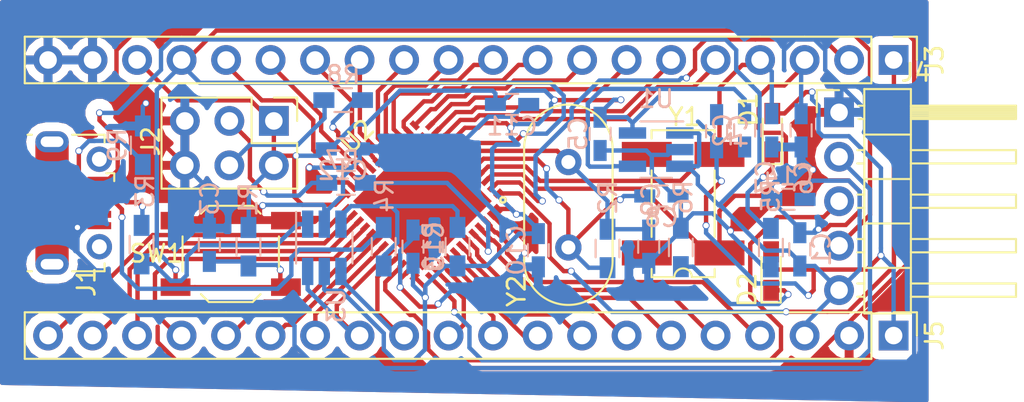
<source format=kicad_pcb>
(kicad_pcb (version 4) (host pcbnew 4.0.7)
  (layers (0 F.Cu signal) (31 B.Cu signal) (34 B.Paste user) (35 F.Paste user hide) (36 B.SilkS user) (37 F.SilkS user) (38 B.Mask user) (39 F.Mask user) (44 Edge.Cuts user))
  (net 0 "")
  (net 1 +5V)
  (net 2 GND)
  (net 3 "Net-(C2-Pad1)")
  (net 4 /RESET)
  (net 5 VCC)
  (net 6 /PC14)
  (net 7 /PC15)
  (net 8 /OSCIN)
  (net 9 /OSCOUT)
  (net 10 "Net-(D1-Pad1)")
  (net 11 "Net-(D2-Pad1)")
  (net 12 "Net-(J2-Pad3)")
  (net 13 "Net-(J2-Pad4)")
  (net 14 /VBAT)
  (net 15 /PC13)
  (net 16 /PA0)
  (net 17 /PA1)
  (net 18 /PA2)
  (net 19 /PA3)
  (net 20 /PA4)
  (net 21 /PA5)
  (net 22 /PA6)
  (net 23 /PA7)
  (net 24 /PB0)
  (net 25 /PB1)
  (net 26 /PB10)
  (net 27 /PB11)
  (net 28 /SWDCLK)
  (net 29 /SWDIO)
  (net 30 /PB9)
  (net 31 /PB8)
  (net 32 /PB7)
  (net 33 /PB6)
  (net 34 /PB5)
  (net 35 /PB4)
  (net 36 /PB3)
  (net 37 /PA15)
  (net 38 /PA12)
  (net 39 /PA11)
  (net 40 /PA10)
  (net 41 /PA9)
  (net 42 /PA8)
  (net 43 /PB15)
  (net 44 /PB14)
  (net 45 /PB13)
  (net 46 /PB12)
  (net 47 "Net-(R3-Pad1)")
  (net 48 "Net-(R10-Pad1)")
  (net 49 /BOOT0)
  (net 50 /BOOT1)
  (net 51 "Net-(J1-Pad6)")
  (net 52 /D-)
  (net 53 /ID)
  (net 54 /D+)
  (module TO_SOT_Packages_SMD:SOT-23-5_HandSoldering (layer B.Cu) (at 110.764 108.75 180)
    (fp_text reference U1 (at 0 2.9 180) (layer B.SilkS) (effects (justify mirror)))
    (fp_text value MIC5219-3.3)
    (pad 1 smd rect (at -1.35 0.95 180) (size 1.56 0.65) (layers B.Cu B.Paste B.Mask) (net 1 +5V))
    (pad 2 smd rect (at -1.35 0 180) (size 1.56 0.65) (layers B.Cu B.Paste B.Mask) (net 2 GND))
    (pad 3 smd rect (at -1.35 -0.95 180) (size 1.56 0.65) (layers B.Cu B.Paste B.Mask) (net 1 +5V))
    (pad 4 smd rect (at 1.35 -0.95 180) (size 1.56 0.65) (layers B.Cu B.Paste B.Mask) (net 3 "Net-(C2-Pad1)"))
    (pad 5 smd rect (at 1.35 0.95 180) (size 1.56 0.65) (layers B.Cu B.Paste B.Mask) (net 5 VCC))
  )
  (module Crystals:Crystal_SMD_SeikoEpson_MC306-4pin_8.0x3.2mm_HandSoldering (layer F.Cu) (at 112.304 111.84 90)
    (fp_text reference Y1 (at 4.96 0.07 180) (layer F.SilkS))
    (fp_text value 32.786K)
    (pad 1 smd rect (at -2.815 2.075 90) (size 1.43 2.85) (layers F.Cu F.Paste F.Mask) (net 6 /PC14))
    (pad 2 smd rect (at 2.815 2.075 90) (size 1.43 2.85) (layers F.Cu F.Paste F.Mask) (net 7 /PC15))
    (pad 3 smd rect (at 2.815 -2.075 90) (size 1.43 2.85) (layers F.Cu F.Paste F.Mask))
    (pad 4 smd rect (at -2.815 -2.075 90) (size 1.43 2.85) (layers F.Cu F.Paste F.Mask))
  )
  (module Capacitors_SMD:C_0603_HandSoldering (layer B.Cu) (at 118.964 114.45 90)
    (fp_text reference C1 (at 0 1.25 90) (layer B.SilkS) (effects (justify mirror)))
    (fp_text value 223,0603)
    (pad 1 smd rect (at -0.95 0 90) (size 1.2 0.75) (layers B.Cu B.Paste B.Mask) (net 1 +5V))
    (pad 2 smd rect (at 0.95 0 90) (size 1.2 0.75) (layers B.Cu B.Paste B.Mask) (net 2 GND))
  )
  (module Capacitors_SMD:C_0603_HandSoldering (layer B.Cu) (at 115.814 107.65 270)
    (fp_text reference C2 (at 0 1.25 270) (layer B.SilkS) (effects (justify mirror)))
    (fp_text value 223,0603)
    (pad 1 smd rect (at -0.95 0 270) (size 1.2 0.75) (layers B.Cu B.Paste B.Mask) (net 3 "Net-(C2-Pad1)"))
    (pad 2 smd rect (at 0.95 0 270) (size 1.2 0.75) (layers B.Cu B.Paste B.Mask) (net 2 GND))
  )
  (module Capacitors_SMD:C_0603_HandSoldering (layer B.Cu) (at 85.264 114.19 90)
    (fp_text reference C3 (at 2.65 0.02 270) (layer B.SilkS) (effects (justify mirror)))
    (fp_text value 105,0603)
    (pad 1 smd rect (at -0.95 0 90) (size 1.2 0.75) (layers B.Cu B.Paste B.Mask) (net 4 /RESET))
    (pad 2 smd rect (at 0.95 0 90) (size 1.2 0.75) (layers B.Cu B.Paste B.Mask) (net 2 GND))
  )
  (module Capacitors_SMD:C_0603_HandSoldering (layer B.Cu) (at 114.214 107.7 90)
    (fp_text reference C4 (at 0 1.25 90) (layer B.SilkS) (effects (justify mirror)))
    (fp_text value 106,0603)
    (pad 1 smd rect (at -0.95 0 90) (size 1.2 0.75) (layers B.Cu B.Paste B.Mask) (net 5 VCC))
    (pad 2 smd rect (at 0.95 0 90) (size 1.2 0.75) (layers B.Cu B.Paste B.Mask) (net 2 GND))
  )
  (module Capacitors_SMD:C_0603_HandSoldering (layer B.Cu) (at 107.564 107.85 270)
    (fp_text reference C5 (at 0 1.25 270) (layer B.SilkS) (effects (justify mirror)))
    (fp_text value 104,0603)
    (pad 1 smd rect (at -0.95 0 270) (size 1.2 0.75) (layers B.Cu B.Paste B.Mask) (net 5 VCC))
    (pad 2 smd rect (at 0.95 0 270) (size 1.2 0.75) (layers B.Cu B.Paste B.Mask) (net 2 GND))
  )
  (module Capacitors_SMD:C_0603_HandSoldering (layer B.Cu) (at 119.039 107.65 270)
    (fp_text reference C6 (at 2.725 -0.15 270) (layer B.SilkS) (effects (justify mirror)))
    (fp_text value 20p,0603)
    (pad 1 smd rect (at -0.95 0 270) (size 1.2 0.75) (layers B.Cu B.Paste B.Mask) (net 6 /PC14))
    (pad 2 smd rect (at 0.95 0 270) (size 1.2 0.75) (layers B.Cu B.Paste B.Mask) (net 2 GND))
  )
  (module Capacitors_SMD:C_0603_HandSoldering (layer B.Cu) (at 117.364 107.65 270)
    (fp_text reference C7 (at 2.675 0.375 270) (layer B.SilkS) (effects (justify mirror)))
    (fp_text value 20p,0603)
    (pad 1 smd rect (at -0.95 0 270) (size 1.2 0.75) (layers B.Cu B.Paste B.Mask) (net 7 /PC15))
    (pad 2 smd rect (at 0.95 0 270) (size 1.2 0.75) (layers B.Cu B.Paste B.Mask) (net 2 GND))
  )
  (module Capacitors_SMD:C_0603_HandSoldering (layer B.Cu) (at 111.064 111.4)
    (fp_text reference C8 (at 0 1.25) (layer B.SilkS) (effects (justify mirror)))
    (fp_text value 20p,0603)
    (pad 1 smd rect (at -0.95 0) (size 1.2 0.75) (layers B.Cu B.Paste B.Mask) (net 8 /OSCIN))
    (pad 2 smd rect (at 0.95 0) (size 1.2 0.75) (layers B.Cu B.Paste B.Mask) (net 2 GND))
  )
  (module Capacitors_SMD:C_0603_HandSoldering (layer B.Cu) (at 110.339 114.3 270)
    (fp_text reference C9 (at -2.7 -0.125 270) (layer B.SilkS) (effects (justify mirror)))
    (fp_text value 20p,0603)
    (pad 1 smd rect (at -0.95 0 270) (size 1.2 0.75) (layers B.Cu B.Paste B.Mask) (net 9 /OSCOUT))
    (pad 2 smd rect (at 0.95 0 270) (size 1.2 0.75) (layers B.Cu B.Paste B.Mask) (net 2 GND))
  )
  (module Capacitors_SMD:C_0603_HandSoldering (layer B.Cu) (at 104.039 114.5 270)
    (fp_text reference C10 (at 0 1.25 270) (layer B.SilkS) (effects (justify mirror)))
    (fp_text value 104,0603)
    (pad 1 smd rect (at -0.95 0 270) (size 1.2 0.75) (layers B.Cu B.Paste B.Mask) (net 5 VCC))
    (pad 2 smd rect (at 0.95 0 270) (size 1.2 0.75) (layers B.Cu B.Paste B.Mask) (net 2 GND))
  )
  (module Capacitors_SMD:C_0603_HandSoldering (layer B.Cu) (at 102.54 106.168)
    (fp_text reference C11 (at 0 1.25) (layer B.SilkS) (effects (justify mirror)))
    (fp_text value 104,0603)
    (pad 1 smd rect (at -0.95 0) (size 1.2 0.75) (layers B.Cu B.Paste B.Mask) (net 5 VCC))
    (pad 2 smd rect (at 0.95 0) (size 1.2 0.75) (layers B.Cu B.Paste B.Mask) (net 2 GND))
  )
  (module Capacitors_SMD:C_0603_HandSoldering (layer B.Cu) (at 92.888 108.708)
    (fp_text reference C12 (at 0 1.25) (layer B.SilkS) (effects (justify mirror)))
    (fp_text value 104,0603)
    (pad 1 smd rect (at -0.95 0) (size 1.2 0.75) (layers B.Cu B.Paste B.Mask) (net 5 VCC))
    (pad 2 smd rect (at 0.95 0) (size 1.2 0.75) (layers B.Cu B.Paste B.Mask) (net 2 GND))
  )
  (module Capacitors_SMD:C_0603_HandSoldering (layer B.Cu) (at 96.886 114.296 90)
    (fp_text reference C13 (at 0 1.25 90) (layer B.SilkS) (effects (justify mirror)))
    (fp_text value 104,0603)
    (pad 1 smd rect (at -0.95 0 90) (size 1.2 0.75) (layers B.Cu B.Paste B.Mask) (net 5 VCC))
    (pad 2 smd rect (at 0.95 0 90) (size 1.2 0.75) (layers B.Cu B.Paste B.Mask) (net 2 GND))
  )
  (module Capacitors_SMD:C_0603_HandSoldering (layer B.Cu) (at 118.314 111.59 180)
    (fp_text reference C14 (at 0.022572 1.315 180) (layer B.SilkS) (effects (justify mirror)))
    (fp_text value 104,0603)
    (pad 1 smd rect (at -0.95 0 180) (size 1.2 0.75) (layers B.Cu B.Paste B.Mask) (net 1 +5V))
    (pad 2 smd rect (at 0.95 0 180) (size 1.2 0.75) (layers B.Cu B.Paste B.Mask) (net 2 GND))
  )
  (module LEDs:LED_0603_HandSoldering (layer F.Cu) (at 117.394 107.78 90)
    (fp_text reference D1 (at 1.31 -1.36 90) (layer F.SilkS))
    (fp_text value LED_ALT)
    (pad 1 smd rect (at -1.1 0 90) (size 1.2 0.9) (layers F.Cu F.Paste F.Mask) (net 10 "Net-(D1-Pad1)"))
    (pad 2 smd rect (at 1.1 0 90) (size 1.2 0.9) (layers F.Cu F.Paste F.Mask) (net 5 VCC))
  )
  (module LEDs:LED_0603_HandSoldering (layer F.Cu) (at 117.324 115.69 90)
    (fp_text reference D2 (at -1.08 -1.36 90) (layer F.SilkS))
    (fp_text value LED_ALT)
    (pad 1 smd rect (at -1.1 0 90) (size 1.2 0.9) (layers F.Cu F.Paste F.Mask) (net 11 "Net-(D2-Pad1)"))
    (pad 2 smd rect (at 1.1 0 90) (size 1.2 0.9) (layers F.Cu F.Paste F.Mask) (net 5 VCC))
  )
  (module Resistors_SMD:R_0603_HandSoldering (layer B.Cu) (at 87.494 114.3 270)
    (fp_text reference R1 (at -2.7 0.01 450) (layer B.SilkS) (effects (justify mirror)))
    (fp_text value 10K)
    (pad 1 smd rect (at -1.1 0 270) (size 1.2 0.9) (layers B.Cu B.Paste B.Mask) (net 5 VCC))
    (pad 2 smd rect (at 1.1 0 270) (size 1.2 0.9) (layers B.Cu B.Paste B.Mask) (net 4 /RESET))
  )
  (module Resistors_SMD:R_0603_HandSoldering (layer B.Cu) (at 107.989 114.4 90)
    (fp_text reference R2 (at 2.9 0.025 90) (layer B.SilkS) (effects (justify mirror)))
    (fp_text value 1M)
    (pad 1 smd rect (at -1.1 0 90) (size 1.2 0.9) (layers B.Cu B.Paste B.Mask) (net 8 /OSCIN))
    (pad 2 smd rect (at 1.1 0 90) (size 1.2 0.9) (layers B.Cu B.Paste B.Mask) (net 9 /OSCOUT))
  )
  (module Resistors_SMD:R_0603_HandSoldering (layer B.Cu) (at 81.394 114.18 90)
    (fp_text reference R3 (at 3.05 0.2 270) (layer B.SilkS) (effects (justify mirror)))
    (fp_text value 20R,0603)
    (pad 1 smd rect (at -1.1 0 90) (size 1.2 0.9) (layers B.Cu B.Paste B.Mask) (net 47 "Net-(R3-Pad1)"))
    (pad 2 smd rect (at 1.1 0 90) (size 1.2 0.9) (layers B.Cu B.Paste B.Mask) (net 52 /D-))
  )
  (module Resistors_SMD:R_0603_HandSoldering (layer B.Cu) (at 95.214 114.3 90)
    (fp_text reference R4 (at 2.93 0.05 90) (layer B.SilkS) (effects (justify mirror)))
    (fp_text value 20R,0603)
    (pad 1 smd rect (at -1.1 0 90) (size 1.2 0.9) (layers B.Cu B.Paste B.Mask) (net 48 "Net-(R10-Pad1)"))
    (pad 2 smd rect (at 1.1 0 90) (size 1.2 0.9) (layers B.Cu B.Paste B.Mask) (net 54 /D+))
  )
  (module Resistors_SMD:R_0603_HandSoldering (layer B.Cu) (at 117.314 114.35 90)
    (fp_text reference R5 (at 2.945 -0.015 90) (layer B.SilkS) (effects (justify mirror)))
    (fp_text value 510R,0603)
    (pad 1 smd rect (at -1.1 0 90) (size 1.2 0.9) (layers B.Cu B.Paste B.Mask) (net 2 GND))
    (pad 2 smd rect (at 1.1 0 90) (size 1.2 0.9) (layers B.Cu B.Paste B.Mask) (net 10 "Net-(D1-Pad1)"))
  )
  (module Resistors_SMD:R_0603_HandSoldering (layer B.Cu) (at 112.174 114.34 270)
    (fp_text reference R6 (at -2.865 -0.14 270) (layer B.SilkS) (effects (justify mirror)))
    (fp_text value 510R,603)
    (pad 1 smd rect (at -1.1 0 270) (size 1.2 0.9) (layers B.Cu B.Paste B.Mask) (net 2 GND))
    (pad 2 smd rect (at 1.1 0 270) (size 1.2 0.9) (layers B.Cu B.Paste B.Mask) (net 11 "Net-(D2-Pad1)"))
  )
  (module Resistors_SMD:R_0603_HandSoldering (layer B.Cu) (at 93.064 110.65)
    (fp_text reference R7 (at -0.215 -1.305) (layer B.SilkS) (effects (justify mirror)))
    (fp_text value 100K,0603)
    (pad 1 smd rect (at -1.1 0) (size 1.2 0.9) (layers B.Cu B.Paste B.Mask) (net 12 "Net-(J2-Pad3)"))
    (pad 2 smd rect (at 1.1 0) (size 1.2 0.9) (layers B.Cu B.Paste B.Mask) (net 49 /BOOT0))
  )
  (module Resistors_SMD:R_0603_HandSoldering (layer B.Cu) (at 92.9 105.92 180)
    (fp_text reference R8 (at 0 1.45 180) (layer B.SilkS) (effects (justify mirror)))
    (fp_text value 100K,0603)
    (pad 1 smd rect (at -1.1 0 180) (size 1.2 0.9) (layers B.Cu B.Paste B.Mask) (net 50 /BOOT1))
    (pad 2 smd rect (at 1.1 0 180) (size 1.2 0.9) (layers B.Cu B.Paste B.Mask) (net 13 "Net-(J2-Pad4)"))
  )
  (module Resistors_SMD:R_0603_HandSoldering (layer B.Cu) (at 81.464 108.5 270)
    (fp_text reference R9 (at 0 1.45 270) (layer B.SilkS) (effects (justify mirror)))
    (fp_text value 20R,0603)
    (pad 1 smd rect (at -1.1 0 270) (size 1.2 0.9) (layers B.Cu B.Paste B.Mask) (net 2 GND))
    (pad 2 smd rect (at 1.1 0 270) (size 1.2 0.9) (layers B.Cu B.Paste B.Mask) (net 53 /ID))
  )
  (module Resistors_SMD:R_0603_HandSoldering (layer B.Cu) (at 99.426 114.296 270)
    (fp_text reference R10 (at 0 1.45 270) (layer B.SilkS) (effects (justify mirror)))
    (fp_text value 4.7K)
    (pad 1 smd rect (at -1.1 0 270) (size 1.2 0.9) (layers B.Cu B.Paste B.Mask) (net 48 "Net-(R10-Pad1)"))
    (pad 2 smd rect (at 1.1 0 270) (size 1.2 0.9) (layers B.Cu B.Paste B.Mask) (net 5 VCC))
  )
  (module TO_SOT_Packages_SMD:SOT-23-6_Handsoldering (layer B.Cu) (at 91.824 114.36 270)
    (fp_text reference U3 (at 3.315 -0.69 450) (layer B.SilkS) (effects (justify mirror)))
    (fp_text value USBLC6-2SC6)
    (pad 1 smd rect (at -1.35 0.95 270) (size 1.56 0.65) (layers B.Cu B.Paste B.Mask) (net 47 "Net-(R3-Pad1)"))
    (pad 2 smd rect (at -1.35 0 270) (size 1.56 0.65) (layers B.Cu B.Paste B.Mask) (net 2 GND))
    (pad 3 smd rect (at -1.35 -0.95 270) (size 1.56 0.65) (layers B.Cu B.Paste B.Mask) (net 48 "Net-(R10-Pad1)"))
    (pad 4 smd rect (at 1.35 -0.95 270) (size 1.56 0.65) (layers B.Cu B.Paste B.Mask) (net 38 /PA12))
    (pad 6 smd rect (at 1.35 0.95 270) (size 1.56 0.65) (layers B.Cu B.Paste B.Mask) (net 39 /PA11))
    (pad 5 smd rect (at 1.35 0 270) (size 1.56 0.65) (layers B.Cu B.Paste B.Mask) (net 5 VCC))
  )
  (module Pin_Headers:Pin_Header_Straight_2x03_Pitch2.54mm (layer F.Cu) (at 88.944 107.11 270)
    (fp_text reference J2 (at 1.165 7.025 270) (layer F.SilkS))
    (fp_text value Conn_02x03_Odd_Even)
    (pad 1 thru_hole rect (at 0 0 270) (size 1.7 1.7) (drill 1) (layers *.Cu *.Mask) (net 5 VCC))
    (pad 2 thru_hole oval (at 2.54 0 270) (size 1.7 1.7) (drill 1) (layers *.Cu *.Mask) (net 5 VCC))
    (pad 3 thru_hole oval (at 0 2.54 270) (size 1.7 1.7) (drill 1) (layers *.Cu *.Mask) (net 12 "Net-(J2-Pad3)"))
    (pad 4 thru_hole oval (at 2.54 2.54 270) (size 1.7 1.7) (drill 1) (layers *.Cu *.Mask) (net 13 "Net-(J2-Pad4)"))
    (pad 5 thru_hole oval (at 0 5.08 270) (size 1.7 1.7) (drill 1) (layers *.Cu *.Mask) (net 2 GND))
    (pad 6 thru_hole oval (at 2.54 5.08 270) (size 1.7 1.7) (drill 1) (layers *.Cu *.Mask) (net 2 GND))
  )
  (module Connectors_USB:USB_Micro-B_Molex-105017-0001 (layer F.Cu) (at 76.634 111.8 270)
    (fp_text reference J1 (at 4.51 -1.61 270) (layer F.SilkS))
    (fp_text value USB_OTG)
    (pad 6 smd rect (at 1 0.35 270) (size 1.5 1.9) (layers F.Cu F.Paste F.Mask) (net 51 "Net-(J1-Pad6)"))
    (pad 6 thru_hole circle (at -2.5 -2.35 270) (size 1.45 1.45) (drill 0.85) (layers *.Cu *.Mask) (net 51 "Net-(J1-Pad6)"))
    (pad 2 smd rect (at -0.65 -2.35 270) (size 0.4 1.35) (layers F.Cu F.Paste F.Mask) (net 52 /D-))
    (pad 1 smd rect (at -1.3 -2.35 270) (size 0.4 1.35) (layers F.Cu F.Paste F.Mask) (net 1 +5V))
    (pad 5 smd rect (at 1.3 -2.35 270) (size 0.4 1.35) (layers F.Cu F.Paste F.Mask) (net 2 GND))
    (pad 4 smd rect (at 0.65 -2.35 270) (size 0.4 1.35) (layers F.Cu F.Paste F.Mask) (net 53 /ID))
    (pad 3 smd rect (at 0 -2.35 270) (size 0.4 1.35) (layers F.Cu F.Paste F.Mask) (net 54 /D+))
    (pad 6 thru_hole circle (at 2.5 -2.35 270) (size 1.45 1.45) (drill 0.85) (layers *.Cu *.Mask) (net 51 "Net-(J1-Pad6)"))
    (pad 6 smd rect (at -1 0.35 270) (size 1.5 1.9) (layers F.Cu F.Paste F.Mask) (net 51 "Net-(J1-Pad6)"))
    (pad 6 thru_hole oval (at -3.5 0.35 90) (size 1.2 1.9) (drill oval 0.6 1.3) (layers *.Cu *.Mask) (net 51 "Net-(J1-Pad6)"))
    (pad 6 thru_hole oval (at 3.5 0.35 270) (size 1.2 1.9) (drill oval 0.6 1.3) (layers *.Cu *.Mask) (net 51 "Net-(J1-Pad6)"))
    (pad 6 smd rect (at 2.9 0.35 270) (size 1.2 1.9) (layers F.Cu F.Mask) (net 51 "Net-(J1-Pad6)"))
    (pad 6 smd rect (at -2.9 0.35 270) (size 1.2 1.9) (layers F.Cu F.Mask) (net 51 "Net-(J1-Pad6)"))
  )
  (module Buttons_Switches_SMD:SW_SPST_TL3342 (layer F.Cu) (at 86.484 114.71)
    (fp_text reference SW1 (at -4.25 -0.02) (layer F.SilkS))
    (fp_text value SW_Push)
    (pad 1 smd rect (at -3.15 -1.9) (size 1.7 1) (layers F.Cu F.Paste F.Mask) (net 2 GND))
    (pad 1 smd rect (at 3.15 -1.9) (size 1.7 1) (layers F.Cu F.Paste F.Mask) (net 2 GND))
    (pad 2 smd rect (at -3.15 1.9) (size 1.7 1) (layers F.Cu F.Paste F.Mask) (net 4 /RESET))
    (pad 2 smd rect (at 3.15 1.9) (size 1.7 1) (layers F.Cu F.Paste F.Mask) (net 4 /RESET))
  )
  (module Crystals:Crystal_HC49-4H_Vertical (layer F.Cu) (at 105.754 114.34 90)
    (fp_text reference Y2 (at -2.49 -2.96 90) (layer F.SilkS))
    (fp_text value 8MHz)
    (pad 1 thru_hole circle (at 0 0 90) (size 1.5 1.5) (drill 0.8) (layers *.Cu *.Mask) (net 8 /OSCIN))
    (pad 2 thru_hole circle (at 4.88 0 90) (size 1.5 1.5) (drill 0.8) (layers *.Cu *.Mask) (net 9 /OSCOUT))
  )
  (module UFQFPN48:UFQFPN48 (layer F.Cu) (at 97.423709 111.696738 225)
    (fp_text reference U2 (at 0 5.25 225) (layer F.SilkS))
    (fp_text value STM32F401CCT6)
    (fp_circle (center -3.3 -3.2) (end -3.23 -3.22) (layer F.Cu) (width 0.15))
    (pad 0 smd trapezoid (at 0 0 225) (size 5.6 5.6) (layers F.Cu F.Paste F.Mask))
    (pad 48 smd trapezoid (at -2.75 -3.375 225) (size 0.3 0.55) (layers F.Cu F.Paste F.Mask) (net 5 VCC))
    (pad 47 smd trapezoid (at -2.25 -3.375 225) (size 0.3 0.55) (layers F.Cu F.Paste F.Mask) (net 2 GND))
    (pad 46 smd trapezoid (at -1.75 -3.375 225) (size 0.3 0.55) (layers F.Cu F.Paste F.Mask) (net 30 /PB9))
    (pad 45 smd trapezoid (at -1.25 -3.375 225) (size 0.3 0.55) (layers F.Cu F.Paste F.Mask) (net 31 /PB8))
    (pad 44 smd trapezoid (at -0.75 -3.375 225) (size 0.3 0.55) (layers F.Cu F.Paste F.Mask) (net 49 /BOOT0))
    (pad 43 smd trapezoid (at -0.25 -3.375 45) (size 0.3 0.55) (layers F.Cu F.Paste F.Mask) (net 32 /PB7))
    (pad 42 smd trapezoid (at 0.25 -3.375 225) (size 0.3 0.55) (layers F.Cu F.Paste F.Mask) (net 33 /PB6))
    (pad 41 smd trapezoid (at 0.75 -3.375 225) (size 0.3 0.55) (layers F.Cu F.Paste F.Mask) (net 34 /PB5))
    (pad 40 smd trapezoid (at 1.25 -3.375 225) (size 0.3 0.55) (layers F.Cu F.Paste F.Mask) (net 35 /PB4))
    (pad 39 smd trapezoid (at 1.75 -3.375 225) (size 0.3 0.55) (layers F.Cu F.Paste F.Mask) (net 36 /PB3))
    (pad 38 smd trapezoid (at 2.25 -3.375 225) (size 0.3 0.55) (layers F.Cu F.Paste F.Mask) (net 37 /PA15))
    (pad 37 smd trapezoid (at 2.75 -3.375 225) (size 0.3 0.55) (layers F.Cu F.Paste F.Mask) (net 28 /SWDCLK))
    (pad 7 smd trapezoid (at -3.375 0.25 315) (size 0.3 0.55) (layers F.Cu F.Paste F.Mask) (net 4 /RESET))
    (pad 6 smd trapezoid (at -3.375 -0.25 315) (size 0.3 0.55) (layers F.Cu F.Paste F.Mask) (net 9 /OSCOUT))
    (pad 5 smd trapezoid (at -3.375 -0.75 315) (size 0.3 0.55) (layers F.Cu F.Paste F.Mask) (net 8 /OSCIN))
    (pad 4 smd trapezoid (at -3.375 -1.25 315) (size 0.3 0.55) (layers F.Cu F.Paste F.Mask) (net 7 /PC15))
    (pad 3 smd trapezoid (at -3.375 -1.75 315) (size 0.3 0.55) (layers F.Cu F.Paste F.Mask) (net 6 /PC14))
    (pad 2 smd trapezoid (at -3.375 -2.25 315) (size 0.3 0.55) (layers F.Cu F.Paste F.Mask) (net 15 /PC13))
    (pad 8 smd trapezoid (at -3.375 0.75 315) (size 0.3 0.55) (layers F.Cu F.Paste F.Mask) (net 2 GND))
    (pad 1 smd trapezoid (at -3.375 -2.75 315) (size 0.3 0.55) (layers F.Cu F.Paste F.Mask) (net 14 /VBAT))
    (pad 9 smd trapezoid (at -3.375 1.25 315) (size 0.3 0.55) (layers F.Cu F.Paste F.Mask) (net 5 VCC))
    (pad 10 smd trapezoid (at -3.375 1.75 315) (size 0.3 0.55) (layers F.Cu F.Paste F.Mask) (net 16 /PA0))
    (pad 11 smd trapezoid (at -3.375 2.25 315) (size 0.3 0.55) (layers F.Cu F.Paste F.Mask) (net 17 /PA1))
    (pad 12 smd trapezoid (at -3.375 2.75 315) (size 0.3 0.55) (layers F.Cu F.Paste F.Mask) (net 18 /PA2))
    (pad 19 smd trapezoid (at 0.25 3.375 225) (size 0.3 0.55) (layers F.Cu F.Paste F.Mask) (net 25 /PB1))
    (pad 18 smd trapezoid (at -0.25 3.375 225) (size 0.3 0.55) (layers F.Cu F.Paste F.Mask) (net 24 /PB0))
    (pad 17 smd trapezoid (at -0.75 3.375 225) (size 0.3 0.55) (layers F.Cu F.Paste F.Mask) (net 23 /PA7))
    (pad 16 smd trapezoid (at -1.25 3.375 225) (size 0.3 0.55) (layers F.Cu F.Paste F.Mask) (net 22 /PA6))
    (pad 15 smd trapezoid (at -1.75 3.375 225) (size 0.3 0.55) (layers F.Cu F.Paste F.Mask) (net 21 /PA5))
    (pad 14 smd trapezoid (at -2.25 3.375 225) (size 0.3 0.55) (layers F.Cu F.Paste F.Mask) (net 20 /PA4))
    (pad 13 smd trapezoid (at -2.75 3.375 225) (size 0.3 0.55) (layers F.Cu F.Paste F.Mask) (net 19 /PA3))
    (pad 20 smd trapezoid (at 0.75 3.375 225) (size 0.3 0.55) (layers F.Cu F.Paste F.Mask) (net 50 /BOOT1))
    (pad 21 smd trapezoid (at 1.25 3.375 225) (size 0.3 0.55) (layers F.Cu F.Paste F.Mask) (net 26 /PB10))
    (pad 22 smd trapezoid (at 1.75 3.375 225) (size 0.3 0.55) (layers F.Cu F.Paste F.Mask) (net 27 /PB11))
    (pad 23 smd trapezoid (at 2.25 3.375 225) (size 0.3 0.55) (layers F.Cu F.Paste F.Mask) (net 2 GND))
    (pad 24 smd trapezoid (at 2.75 3.375 225) (size 0.3 0.55) (layers F.Cu F.Paste F.Mask) (net 5 VCC))
    (pad 31 smd trapezoid (at 3.375 -0.25 315) (size 0.3 0.55) (layers F.Cu F.Paste F.Mask) (net 40 /PA10))
    (pad 30 smd trapezoid (at 3.375 0.25 315) (size 0.3 0.55) (layers F.Cu F.Paste F.Mask) (net 41 /PA9))
    (pad 32 smd trapezoid (at 3.375 -0.75 315) (size 0.3 0.55) (layers F.Cu F.Paste F.Mask) (net 39 /PA11))
    (pad 33 smd trapezoid (at 3.375 -1.25 315) (size 0.3 0.55) (layers F.Cu F.Paste F.Mask) (net 38 /PA12))
    (pad 34 smd trapezoid (at 3.375 -1.75 315) (size 0.3 0.55) (layers F.Cu F.Paste F.Mask) (net 29 /SWDIO))
    (pad 35 smd trapezoid (at 3.375 -2.25 315) (size 0.3 0.55) (layers F.Cu F.Paste F.Mask) (net 2 GND))
    (pad 36 smd trapezoid (at 3.375 -2.75 315) (size 0.3 0.55) (layers F.Cu F.Paste F.Mask) (net 5 VCC))
    (pad 29 smd trapezoid (at 3.375 0.75 315) (size 0.3 0.55) (layers F.Cu F.Paste F.Mask) (net 42 /PA8))
    (pad 28 smd trapezoid (at 3.375 1.25 315) (size 0.3 0.55) (layers F.Cu F.Paste F.Mask) (net 43 /PB15))
    (pad 27 smd trapezoid (at 3.375 1.75 315) (size 0.3 0.55) (layers F.Cu F.Paste F.Mask) (net 44 /PB14))
    (pad 26 smd trapezoid (at 3.375 2.25 315) (size 0.3 0.55) (layers F.Cu F.Paste F.Mask) (net 45 /PB13))
    (pad 25 smd trapezoid (at 3.375 2.75 315) (size 0.3 0.55) (layers F.Cu F.Paste F.Mask) (net 46 /PB12))
  )
  (module Pin_Headers:Pin_Header_Straight_1x20_Pitch2.54mm (layer F.Cu) (at 124.318 103.628 270)
    (fp_text reference J3 (at 0 -2.33 270) (layer F.SilkS))
    (fp_text value Conn_01x20_des)
    (pad 1 thru_hole rect (at 0 0 270) (size 1.7 1.7) (drill 1) (layers *.Cu *.Mask) (net 14 /VBAT))
    (pad 2 thru_hole oval (at 0 2.54 270) (size 1.7 1.7) (drill 1) (layers *.Cu *.Mask) (net 15 /PC13))
    (pad 3 thru_hole oval (at 0 5.08 270) (size 1.7 1.7) (drill 1) (layers *.Cu *.Mask) (net 6 /PC14))
    (pad 4 thru_hole oval (at 0 7.62 270) (size 1.7 1.7) (drill 1) (layers *.Cu *.Mask) (net 7 /PC15))
    (pad 5 thru_hole oval (at 0 10.16 270) (size 1.7 1.7) (drill 1) (layers *.Cu *.Mask) (net 16 /PA0))
    (pad 6 thru_hole oval (at 0 12.7 270) (size 1.7 1.7) (drill 1) (layers *.Cu *.Mask) (net 17 /PA1))
    (pad 7 thru_hole oval (at 0 15.24 270) (size 1.7 1.7) (drill 1) (layers *.Cu *.Mask) (net 18 /PA2))
    (pad 8 thru_hole oval (at 0 17.78 270) (size 1.7 1.7) (drill 1) (layers *.Cu *.Mask) (net 19 /PA3))
    (pad 9 thru_hole oval (at 0 20.32 270) (size 1.7 1.7) (drill 1) (layers *.Cu *.Mask) (net 20 /PA4))
    (pad 10 thru_hole oval (at 0 22.86 270) (size 1.7 1.7) (drill 1) (layers *.Cu *.Mask) (net 21 /PA5))
    (pad 11 thru_hole oval (at 0 25.4 270) (size 1.7 1.7) (drill 1) (layers *.Cu *.Mask) (net 22 /PA6))
    (pad 12 thru_hole oval (at 0 27.94 270) (size 1.7 1.7) (drill 1) (layers *.Cu *.Mask) (net 23 /PA7))
    (pad 13 thru_hole oval (at 0 30.48 270) (size 1.7 1.7) (drill 1) (layers *.Cu *.Mask) (net 24 /PB0))
    (pad 14 thru_hole oval (at 0 33.02 270) (size 1.7 1.7) (drill 1) (layers *.Cu *.Mask) (net 25 /PB1))
    (pad 15 thru_hole oval (at 0 35.56 270) (size 1.7 1.7) (drill 1) (layers *.Cu *.Mask) (net 26 /PB10))
    (pad 16 thru_hole oval (at 0 38.1 270) (size 1.7 1.7) (drill 1) (layers *.Cu *.Mask) (net 27 /PB11))
    (pad 17 thru_hole oval (at 0 40.64 270) (size 1.7 1.7) (drill 1) (layers *.Cu *.Mask) (net 4 /RESET))
    (pad 18 thru_hole oval (at 0 43.18 270) (size 1.7 1.7) (drill 1) (layers *.Cu *.Mask) (net 5 VCC))
    (pad 19 thru_hole oval (at 0 45.72 270) (size 1.7 1.7) (drill 1) (layers *.Cu *.Mask) (net 2 GND))
    (pad 20 thru_hole oval (at 0 48.26 270) (size 1.7 1.7) (drill 1) (layers *.Cu *.Mask) (net 2 GND))
  )
  (module Pin_Headers:Pin_Header_Straight_1x20_Pitch2.54mm (layer F.Cu) (at 124.318 119.376 270)
    (fp_text reference J5 (at 0 -2.33 270) (layer F.SilkS))
    (fp_text value Conn_01x20)
    (pad 1 thru_hole rect (at 0 0 270) (size 1.7 1.7) (drill 1) (layers *.Cu *.Mask) (net 5 VCC))
    (pad 2 thru_hole oval (at 0 2.54 270) (size 1.7 1.7) (drill 1) (layers *.Cu *.Mask) (net 2 GND))
    (pad 3 thru_hole oval (at 0 5.08 270) (size 1.7 1.7) (drill 1) (layers *.Cu *.Mask) (net 1 +5V))
    (pad 4 thru_hole oval (at 0 7.62 270) (size 1.7 1.7) (drill 1) (layers *.Cu *.Mask) (net 30 /PB9))
    (pad 5 thru_hole oval (at 0 10.16 270) (size 1.7 1.7) (drill 1) (layers *.Cu *.Mask) (net 31 /PB8))
    (pad 6 thru_hole oval (at 0 12.7 270) (size 1.7 1.7) (drill 1) (layers *.Cu *.Mask) (net 32 /PB7))
    (pad 7 thru_hole oval (at 0 15.24 270) (size 1.7 1.7) (drill 1) (layers *.Cu *.Mask) (net 33 /PB6))
    (pad 8 thru_hole oval (at 0 17.78 270) (size 1.7 1.7) (drill 1) (layers *.Cu *.Mask) (net 34 /PB5))
    (pad 9 thru_hole oval (at 0 20.32 270) (size 1.7 1.7) (drill 1) (layers *.Cu *.Mask) (net 35 /PB4))
    (pad 10 thru_hole oval (at 0 22.86 270) (size 1.7 1.7) (drill 1) (layers *.Cu *.Mask) (net 36 /PB3))
    (pad 11 thru_hole oval (at 0 25.4 270) (size 1.7 1.7) (drill 1) (layers *.Cu *.Mask) (net 37 /PA15))
    (pad 12 thru_hole oval (at 0 27.94 270) (size 1.7 1.7) (drill 1) (layers *.Cu *.Mask) (net 38 /PA12))
    (pad 13 thru_hole oval (at 0 30.48 270) (size 1.7 1.7) (drill 1) (layers *.Cu *.Mask) (net 39 /PA11))
    (pad 14 thru_hole oval (at 0 33.02 270) (size 1.7 1.7) (drill 1) (layers *.Cu *.Mask) (net 40 /PA10))
    (pad 15 thru_hole oval (at 0 35.56 270) (size 1.7 1.7) (drill 1) (layers *.Cu *.Mask) (net 41 /PA9))
    (pad 16 thru_hole oval (at 0 38.1 270) (size 1.7 1.7) (drill 1) (layers *.Cu *.Mask) (net 42 /PA8))
    (pad 17 thru_hole oval (at 0 40.64 270) (size 1.7 1.7) (drill 1) (layers *.Cu *.Mask) (net 43 /PB15))
    (pad 18 thru_hole oval (at 0 43.18 270) (size 1.7 1.7) (drill 1) (layers *.Cu *.Mask) (net 44 /PB14))
    (pad 19 thru_hole oval (at 0 45.72 270) (size 1.7 1.7) (drill 1) (layers *.Cu *.Mask) (net 45 /PB13))
    (pad 20 thru_hole oval (at 0 48.26 270) (size 1.7 1.7) (drill 1) (layers *.Cu *.Mask) (net 46 /PB12))
  )
  (module Pin_Headers:Pin_Header_Angled_1x05_Pitch2.54mm (layer F.Cu) (at 121.204 106.62)
    (fp_text reference J4 (at 4.385 -2.27) (layer F.SilkS))
    (fp_text value Conn_01x05_desc)
    (pad 1 thru_hole rect (at 0 0) (size 1.7 1.7) (drill 1) (layers *.Cu *.Mask) (net 2 GND))
    (pad 2 thru_hole oval (at 0 2.54) (size 1.7 1.7) (drill 1) (layers *.Cu *.Mask) (net 28 /SWDCLK))
    (pad 3 thru_hole oval (at 0 5.08) (size 1.7 1.7) (drill 1) (layers *.Cu *.Mask) (net 29 /SWDIO))
    (pad 4 thru_hole oval (at 0 7.62) (size 1.7 1.7) (drill 1) (layers *.Cu *.Mask) (net 4 /RESET))
    (pad 5 thru_hole oval (at 0 10.16) (size 1.7 1.7) (drill 1) (layers *.Cu *.Mask) (net 1 +5V))
  )
  (segment (start 103.251481 114.660408) (end 103.051482 114.860407) (width 0.25) (layer B.Cu) (net 0))
  (segment (start 103.051482 114.860407) (end 103.051482 114.959482) (width 0.25) (layer B.Cu) (net 0))
  (segment (start 103.268 113.144) (end 103.366777 113.144) (width 0.25) (layer F.Cu) (net 0))
  (segment (start 103.899135 113.676358) (end 103.899135 114.152641) (width 0.25) (layer F.Cu) (net 0))
  (segment (start 103.366777 113.144) (end 103.899135 113.676358) (width 0.25) (layer F.Cu) (net 0))
  (via (at 103.251481 114.660408) (size 0.4) (drill 0.3) (layers F.Cu B.Cu) (net 0))
  (segment (start 103.899135 114.152641) (end 103.391368 114.660408) (width 0.25) (layer F.Cu) (net 0))
  (segment (start 103.391368 114.660408) (end 103.251481 114.660408) (width 0.25) (layer F.Cu) (net 0))
  (segment (start 103.395125 113.885125) (end 103.395125 113.943874) (width 0.25) (layer F.Cu) (net 0))
  (segment (start 118.964 115.4) (end 118.964 115.175) (width 0.25) (layer B.Cu) (net 1))
  (segment (start 118.964 115.175) (end 118.309 114.52) (width 0.25) (layer B.Cu) (net 1))
  (segment (start 117.014 114.52) (end 114.424 111.93) (width 0.25) (layer B.Cu) (net 1))
  (segment (start 118.309 114.52) (end 117.014 114.52) (width 0.25) (layer B.Cu) (net 1))
  (segment (start 114.424 111.93) (end 114.344 111.93) (width 0.25) (layer B.Cu) (net 1))
  (segment (start 112.114 107.8) (end 113.144 107.8) (width 0.25) (layer B.Cu) (net 1))
  (segment (start 113.144 107.8) (end 113.219001 107.875001) (width 0.25) (layer B.Cu) (net 1))
  (segment (start 113.219001 107.875001) (end 113.219001 109.624999) (width 0.25) (layer B.Cu) (net 1))
  (segment (start 113.219001 109.624999) (end 113.144 109.7) (width 0.25) (layer B.Cu) (net 1))
  (segment (start 113.144 109.7) (end 112.114 109.7) (width 0.25) (layer B.Cu) (net 1))
  (segment (start 118.964 115.4) (end 119.824 115.4) (width 0.25) (layer B.Cu) (net 1))
  (segment (start 119.824 115.4) (end 121.204 116.78) (width 0.25) (layer B.Cu) (net 1))
  (segment (start 114.344 111.93) (end 116.663999 109.610001) (width 0.25) (layer B.Cu) (net 1))
  (segment (start 116.663999 109.610001) (end 116.663999 105.522999) (width 0.25) (layer B.Cu) (net 1))
  (segment (start 116.663999 105.522999) (end 116.514001 105.373001) (width 0.25) (layer B.Cu) (net 1))
  (segment (start 114.344 111.93) (end 113.144 110.73) (width 0.25) (layer B.Cu) (net 1))
  (segment (start 78.994 106.65) (end 78.994 107.074264) (width 0.25) (layer F.Cu) (net 1))
  (segment (start 78.994 107.074264) (end 80.034001 108.114265) (width 0.25) (layer F.Cu) (net 1))
  (segment (start 80.034001 108.114265) (end 80.034001 109.924999) (width 0.25) (layer F.Cu) (net 1))
  (segment (start 80.034001 109.924999) (end 79.459 110.5) (width 0.25) (layer F.Cu) (net 1))
  (segment (start 79.459 110.5) (end 78.984 110.5) (width 0.25) (layer F.Cu) (net 1))
  (segment (start 82.502999 104.192001) (end 80.045 106.65) (width 0.25) (layer B.Cu) (net 1))
  (segment (start 116.514001 105.373001) (end 115.333001 104.192001) (width 0.25) (layer B.Cu) (net 1))
  (segment (start 115.333001 104.192001) (end 115.333001 103.063999) (width 0.25) (layer B.Cu) (net 1))
  (segment (start 115.333001 103.063999) (end 114.722001 102.452999) (width 0.25) (layer B.Cu) (net 1))
  (segment (start 114.722001 102.452999) (end 83.113999 102.452999) (width 0.25) (layer B.Cu) (net 1))
  (segment (start 83.113999 102.452999) (end 82.502999 103.063999) (width 0.25) (layer B.Cu) (net 1))
  (segment (start 82.502999 103.063999) (end 82.502999 104.192001) (width 0.25) (layer B.Cu) (net 1))
  (segment (start 80.045 106.65) (end 78.994 106.65) (width 0.25) (layer B.Cu) (net 1))
  (via (at 78.994 106.65) (size 0.4) (drill 0.3) (layers F.Cu B.Cu) (net 1))
  (segment (start 119.264 111.59) (end 119.264 110.965) (width 0.25) (layer B.Cu) (net 1))
  (segment (start 119.264 110.965) (end 119.704001 110.524999) (width 0.25) (layer B.Cu) (net 1))
  (segment (start 119.704001 110.524999) (end 121.768001 110.524999) (width 0.25) (layer B.Cu) (net 1))
  (segment (start 121.768001 110.524999) (end 122.379001 111.135999) (width 0.25) (layer B.Cu) (net 1))
  (segment (start 122.379001 111.135999) (end 122.379001 115.604999) (width 0.25) (layer B.Cu) (net 1))
  (segment (start 122.379001 115.604999) (end 122.053999 115.930001) (width 0.25) (layer B.Cu) (net 1))
  (segment (start 122.053999 115.930001) (end 121.204 116.78) (width 0.25) (layer B.Cu) (net 1))
  (segment (start 121.204 116.78) (end 119.238 118.746) (width 0.25) (layer B.Cu) (net 1))
  (segment (start 119.238 118.746) (end 119.238 119.376) (width 0.25) (layer B.Cu) (net 1))
  (segment (start 113.144 110.73) (end 113.144 110.275) (width 0.25) (layer B.Cu) (net 1))
  (segment (start 113.144 110.275) (end 112.569 109.7) (width 0.25) (layer B.Cu) (net 1))
  (segment (start 112.569 109.7) (end 112.114 109.7) (width 0.25) (layer B.Cu) (net 1))
  (segment (start 118.964 119.102) (end 119.238 119.376) (width 0.25) (layer B.Cu) (net 1))
  (segment (start 102.252 113.149806) (end 102.754194 113.149806) (width 0.25) (layer F.Cu) (net 2))
  (segment (start 102.058758 113.149806) (end 102.252 113.149806) (width 0.25) (layer F.Cu) (net 2))
  (segment (start 102.252 113.149806) (end 102.252 113.32766) (width 0.25) (layer F.Cu) (net 2))
  (segment (start 102.252 113.32766) (end 102.335938 113.411598) (width 0.25) (layer F.Cu) (net 2))
  (via (at 102.335938 113.411598) (size 0.4) (drill 0.3) (layers F.Cu B.Cu) (net 2))
  (segment (start 102.41 113.337536) (end 102.41 113.292842) (width 0.25) (layer B.Cu) (net 2))
  (segment (start 102.335938 113.411598) (end 102.41 113.337536) (width 0.25) (layer B.Cu) (net 2))
  (segment (start 98.32 117.57) (end 99.26 116.63) (width 0.25) (layer B.Cu) (net 2))
  (segment (start 96.154 116.61) (end 97.269001 117.725001) (width 0.25) (layer F.Cu) (net 2))
  (segment (start 97.269001 117.725001) (end 98.164999 117.725001) (width 0.25) (layer F.Cu) (net 2))
  (segment (start 98.164999 117.725001) (end 98.32 117.57) (width 0.25) (layer F.Cu) (net 2))
  (via (at 98.32 117.57) (size 0.4) (drill 0.3) (layers F.Cu B.Cu) (net 2))
  (segment (start 91.169999 109.979999) (end 90.97 109.78) (width 0.25) (layer F.Cu) (net 2))
  (segment (start 91.819266 110.629266) (end 91.169999 109.979999) (width 0.25) (layer F.Cu) (net 2))
  (segment (start 93.174256 110.629266) (end 91.819266 110.629266) (width 0.25) (layer F.Cu) (net 2))
  (segment (start 93.446233 110.901243) (end 93.174256 110.629266) (width 0.25) (layer F.Cu) (net 2))
  (segment (start 91.252842 109.78) (end 90.97 109.78) (width 0.25) (layer B.Cu) (net 2))
  (segment (start 93.348998 109.83) (end 93.298998 109.78) (width 0.25) (layer B.Cu) (net 2))
  (segment (start 93.298998 109.78) (end 91.252842 109.78) (width 0.25) (layer B.Cu) (net 2))
  (via (at 90.97 109.78) (size 0.4) (drill 0.3) (layers F.Cu B.Cu) (net 2))
  (segment (start 103.49 106.168) (end 103.265 106.168) (width 0.25) (layer B.Cu) (net 2))
  (segment (start 103.265 106.168) (end 102.64 106.793) (width 0.25) (layer B.Cu) (net 2))
  (segment (start 102.64 106.793) (end 102.525002 106.793) (width 0.25) (layer B.Cu) (net 2))
  (segment (start 102.525002 106.793) (end 102.450001 106.868001) (width 0.25) (layer B.Cu) (net 2))
  (segment (start 102.450001 106.868001) (end 101.191786 106.868001) (width 0.25) (layer B.Cu) (net 2))
  (segment (start 101.191786 106.868001) (end 99.279864 108.779923) (width 0.25) (layer B.Cu) (net 2))
  (segment (start 102.401864 116.462136) (end 98.857134 116.462136) (width 0.25) (layer B.Cu) (net 2))
  (segment (start 104.039 115.45) (end 103.414 115.45) (width 0.25) (layer B.Cu) (net 2))
  (segment (start 103.414 115.45) (end 102.401864 116.462136) (width 0.25) (layer B.Cu) (net 2))
  (segment (start 96.154 116.61) (end 96.154 114.531412) (width 0.25) (layer B.Cu) (net 2))
  (segment (start 96.154 114.531412) (end 96.886 113.799412) (width 0.25) (layer B.Cu) (net 2))
  (segment (start 96.886 113.799412) (end 96.886 113.346) (width 0.25) (layer B.Cu) (net 2))
  (segment (start 101.401185 112.492233) (end 102.058758 113.149806) (width 0.25) (layer F.Cu) (net 2))
  (segment (start 83.864 109.65) (end 79.962999 105.748999) (width 0.25) (layer F.Cu) (net 2))
  (segment (start 79.962999 105.748999) (end 79.962999 103.063999) (width 0.25) (layer F.Cu) (net 2))
  (segment (start 79.962999 103.063999) (end 81.527018 101.49998) (width 0.25) (layer F.Cu) (net 2))
  (segment (start 82.313001 119.750003) (end 82.313001 118.865411) (width 0.25) (layer F.Cu) (net 2))
  (segment (start 81.527018 101.49998) (end 124.474982 101.49998) (width 0.25) (layer F.Cu) (net 2))
  (segment (start 83.798009 121.235011) (end 82.313001 119.750003) (width 0.25) (layer F.Cu) (net 2))
  (segment (start 124.474982 101.49998) (end 125.493001 102.517999) (width 0.25) (layer F.Cu) (net 2))
  (segment (start 125.493001 102.517999) (end 125.493001 114.896411) (width 0.25) (layer F.Cu) (net 2))
  (segment (start 125.493001 114.896411) (end 119.154401 121.235011) (width 0.25) (layer F.Cu) (net 2))
  (segment (start 119.154401 121.235011) (end 83.798009 121.235011) (width 0.25) (layer F.Cu) (net 2))
  (segment (start 96.628214 115.674214) (end 96.154 116.148428) (width 0.25) (layer F.Cu) (net 2))
  (segment (start 96.154 116.148428) (end 96.154 116.61) (width 0.25) (layer F.Cu) (net 2))
  (via (at 96.154 116.61) (size 0.4) (drill 0.3) (layers F.Cu B.Cu) (net 2))
  (segment (start 93.838 109.340998) (end 93.348998 109.83) (width 0.25) (layer B.Cu) (net 2))
  (segment (start 93.348998 109.83) (end 92.889001 110.289997) (width 0.25) (layer B.Cu) (net 2))
  (segment (start 119.039 108.6) (end 119.039 109.234999) (width 0.25) (layer B.Cu) (net 2))
  (segment (start 119.039 109.234999) (end 119.704 109.899999) (width 0.25) (layer B.Cu) (net 2))
  (via (at 119.704 109.899999) (size 0.4) (drill 0.3) (layers F.Cu B.Cu) (net 2))
  (segment (start 121.753002 110.51) (end 120.124 110.51) (width 0.25) (layer F.Cu) (net 2))
  (segment (start 120.034 113.3) (end 120.458264 113.3) (width 0.25) (layer F.Cu) (net 2))
  (segment (start 120.458264 113.3) (end 120.698255 113.060009) (width 0.25) (layer F.Cu) (net 2))
  (segment (start 122.379001 112.264001) (end 122.379001 111.135999) (width 0.25) (layer F.Cu) (net 2))
  (segment (start 120.698255 113.060009) (end 121.582993 113.060009) (width 0.25) (layer F.Cu) (net 2))
  (segment (start 121.582993 113.060009) (end 122.379001 112.264001) (width 0.25) (layer F.Cu) (net 2))
  (segment (start 122.379001 111.135999) (end 121.753002 110.51) (width 0.25) (layer F.Cu) (net 2))
  (segment (start 118.964 113.5) (end 119.834 113.5) (width 0.25) (layer B.Cu) (net 2))
  (segment (start 119.834 113.5) (end 120.034 113.3) (width 0.25) (layer B.Cu) (net 2))
  (via (at 120.034 113.3) (size 0.4) (drill 0.3) (layers F.Cu B.Cu) (net 2))
  (segment (start 88.204091 112.05) (end 87.944 112.05) (width 0.25) (layer F.Cu) (net 2))
  (segment (start 88.306181 111.94791) (end 88.204091 112.05) (width 0.25) (layer F.Cu) (net 2))
  (segment (start 91.824 113.01) (end 91.824 111.98) (width 0.25) (layer B.Cu) (net 2))
  (segment (start 91.824 111.98) (end 91.748999 111.904999) (width 0.25) (layer B.Cu) (net 2))
  (segment (start 91.748999 111.904999) (end 88.349092 111.904999) (width 0.25) (layer B.Cu) (net 2))
  (via (at 88.306181 111.94791) (size 0.4) (drill 0.3) (layers F.Cu B.Cu) (net 2))
  (segment (start 88.349092 111.904999) (end 88.306181 111.94791) (width 0.25) (layer B.Cu) (net 2))
  (segment (start 81.464 107.4) (end 81.464 106.275) (width 0.25) (layer B.Cu) (net 2))
  (segment (start 81.464 106.275) (end 81.639 106.1) (width 0.25) (layer B.Cu) (net 2))
  (via (at 81.639 106.1) (size 0.4) (drill 0.3) (layers F.Cu B.Cu) (net 2))
  (segment (start 115.004 113.4) (end 113.994 112.39) (width 0.25) (layer B.Cu) (net 2))
  (segment (start 113.994 112.39) (end 112.874 112.39) (width 0.25) (layer B.Cu) (net 2))
  (segment (start 112.874 112.39) (end 112.174 113.09) (width 0.25) (layer B.Cu) (net 2))
  (segment (start 112.174 113.09) (end 112.174 113.24) (width 0.25) (layer B.Cu) (net 2))
  (segment (start 115.303999 113.100001) (end 115.004 113.4) (width 0.25) (layer F.Cu) (net 2))
  (segment (start 115.303999 113.100001) (end 115.353999 113.100001) (width 0.25) (layer F.Cu) (net 2))
  (segment (start 115.004 113.28) (end 115.114 113.17) (width 0.25) (layer F.Cu) (net 2))
  (segment (start 115.004 113.4) (end 115.004 113.28) (width 0.25) (layer F.Cu) (net 2))
  (segment (start 117.314 115.45) (end 116.899002 115.45) (width 0.25) (layer B.Cu) (net 2))
  (segment (start 116.899002 115.45) (end 115.004 113.554998) (width 0.25) (layer B.Cu) (net 2))
  (segment (start 115.004 113.554998) (end 115.004 113.4) (width 0.25) (layer B.Cu) (net 2))
  (via (at 115.004 113.4) (size 0.4) (drill 0.3) (layers F.Cu B.Cu) (net 2))
  (segment (start 112.114 108.75) (end 111.734 108.75) (width 0.25) (layer B.Cu) (net 2))
  (segment (start 111.734 108.75) (end 111.434001 109.049999) (width 0.25) (layer B.Cu) (net 2))
  (segment (start 111.434001 109.049999) (end 110.584001 109.049999) (width 0.25) (layer B.Cu) (net 2))
  (segment (start 110.584001 109.049999) (end 110.519001 109.114999) (width 0.25) (layer B.Cu) (net 2))
  (segment (start 112.014 111.4) (end 111.789 111.4) (width 0.25) (layer B.Cu) (net 2))
  (segment (start 111.789 111.4) (end 110.519001 110.130001) (width 0.25) (layer B.Cu) (net 2))
  (segment (start 110.519001 110.130001) (end 110.519001 109.114999) (width 0.25) (layer B.Cu) (net 2))
  (segment (start 110.519001 109.114999) (end 110.204002 108.8) (width 0.25) (layer B.Cu) (net 2))
  (segment (start 110.204002 108.8) (end 108.189 108.8) (width 0.25) (layer B.Cu) (net 2))
  (segment (start 108.189 108.8) (end 107.564 108.8) (width 0.25) (layer B.Cu) (net 2))
  (segment (start 115.814 108.6) (end 115.814 108.375) (width 0.25) (layer B.Cu) (net 2))
  (segment (start 114.214 106.775) (end 114.214 106.75) (width 0.25) (layer B.Cu) (net 2))
  (segment (start 77.734002 113.2) (end 77.734002 114.604004) (width 0.25) (layer B.Cu) (net 2))
  (segment (start 77.734002 114.604004) (end 81.330997 118.200999) (width 0.25) (layer B.Cu) (net 2))
  (segment (start 81.330997 118.200999) (end 89.511999 118.200999) (width 0.25) (layer B.Cu) (net 2))
  (segment (start 125.493001 109.272001) (end 120.413001 104.192001) (width 0.25) (layer B.Cu) (net 2))
  (segment (start 89.511999 118.200999) (end 90.122999 118.811999) (width 0.25) (layer B.Cu) (net 2))
  (segment (start 118.062999 104.192001) (end 118.089001 104.218003) (width 0.25) (layer B.Cu) (net 2))
  (segment (start 90.122999 118.811999) (end 90.122999 119.940001) (width 0.25) (layer B.Cu) (net 2))
  (segment (start 90.122999 119.940001) (end 91.418008 121.23501) (width 0.25) (layer B.Cu) (net 2))
  (segment (start 91.418008 121.23501) (end 124.743992 121.23501) (width 0.25) (layer B.Cu) (net 2))
  (segment (start 124.743992 121.23501) (end 125.493001 120.486001) (width 0.25) (layer B.Cu) (net 2))
  (segment (start 125.493001 120.486001) (end 125.493001 109.272001) (width 0.25) (layer B.Cu) (net 2))
  (segment (start 120.413001 104.192001) (end 120.413001 103.063999) (width 0.25) (layer B.Cu) (net 2))
  (segment (start 120.413001 103.063999) (end 119.802001 102.452999) (width 0.25) (layer B.Cu) (net 2))
  (segment (start 119.802001 102.452999) (end 118.673999 102.452999) (width 0.25) (layer B.Cu) (net 2))
  (segment (start 118.673999 102.452999) (end 118.062999 103.063999) (width 0.25) (layer B.Cu) (net 2))
  (segment (start 118.062999 103.063999) (end 118.062999 104.192001) (width 0.25) (layer B.Cu) (net 2))
  (segment (start 78.984 113.1) (end 77.834002 113.1) (width 0.25) (layer F.Cu) (net 2))
  (segment (start 77.834002 113.1) (end 77.734002 113.2) (width 0.25) (layer F.Cu) (net 2))
  (via (at 77.734002 113.2) (size 0.4) (drill 0.3) (layers F.Cu B.Cu) (net 2))
  (segment (start 93.838 108.708) (end 93.838 109.340998) (width 0.25) (layer B.Cu) (net 2))
  (segment (start 92.889001 110.289997) (end 92.889001 111.329998) (width 0.25) (layer B.Cu) (net 2))
  (segment (start 92.889001 111.329998) (end 91.824 112.394999) (width 0.25) (layer B.Cu) (net 2))
  (segment (start 91.824 112.394999) (end 91.824 113.01) (width 0.25) (layer B.Cu) (net 2))
  (segment (start 118.964 113.5) (end 118.964 113.275) (width 0.25) (layer B.Cu) (net 2))
  (segment (start 118.964 113.275) (end 117.364 111.675) (width 0.25) (layer B.Cu) (net 2))
  (segment (start 117.364 111.675) (end 117.364 111.59) (width 0.25) (layer B.Cu) (net 2))
  (segment (start 117.364 111.59) (end 117.364 110.767275) (width 0.25) (layer B.Cu) (net 2))
  (segment (start 117.364 110.767275) (end 117.931275 110.2) (width 0.25) (layer B.Cu) (net 2))
  (segment (start 112.174 113.24) (end 112.174 111.56) (width 0.25) (layer B.Cu) (net 2))
  (segment (start 112.174 111.56) (end 112.014 111.4) (width 0.25) (layer B.Cu) (net 2))
  (segment (start 112.174 113.24) (end 112.174 113.39) (width 0.25) (layer B.Cu) (net 2))
  (segment (start 112.174 113.39) (end 110.339 115.225) (width 0.25) (layer B.Cu) (net 2))
  (segment (start 110.339 115.225) (end 110.339 115.25) (width 0.25) (layer B.Cu) (net 2))
  (segment (start 83.864 107.11) (end 83.864 108.312081) (width 0.25) (layer F.Cu) (net 2))
  (segment (start 83.864 108.312081) (end 83.864 109.65) (width 0.25) (layer F.Cu) (net 2))
  (segment (start 85.264 113.24) (end 85.264 111.05) (width 0.25) (layer B.Cu) (net 2))
  (segment (start 85.264 111.05) (end 83.864 109.65) (width 0.25) (layer B.Cu) (net 2))
  (segment (start 83.334 112.81) (end 84.434 112.81) (width 0.25) (layer F.Cu) (net 2))
  (segment (start 84.434 112.81) (end 89.634 112.81) (width 0.25) (layer F.Cu) (net 2))
  (segment (start 93.838 108.708) (end 93.613 108.708) (width 0.25) (layer B.Cu) (net 2))
  (segment (start 115.814 106.7) (end 115.814 105.878) (width 0.25) (layer B.Cu) (net 3))
  (segment (start 108.384 109.7) (end 109.414 109.7) (width 0.25) (layer B.Cu) (net 3))
  (segment (start 115.814 105.878) (end 115.216 105.28) (width 0.25) (layer B.Cu) (net 3))
  (segment (start 115.216 105.28) (end 107.68641 105.28) (width 0.25) (layer B.Cu) (net 3))
  (segment (start 107.68641 105.28) (end 106.863999 106.102411) (width 0.25) (layer B.Cu) (net 3))
  (segment (start 108.294 109.7) (end 108.384 109.7) (width 0.25) (layer B.Cu) (net 3))
  (segment (start 106.863999 106.102411) (end 106.863999 109.599999) (width 0.25) (layer B.Cu) (net 3))
  (segment (start 106.863999 109.599999) (end 106.989001 109.725001) (width 0.25) (layer B.Cu) (net 3))
  (segment (start 106.989001 109.725001) (end 108.268999 109.725001) (width 0.25) (layer B.Cu) (net 3))
  (segment (start 108.268999 109.725001) (end 108.294 109.7) (width 0.25) (layer B.Cu) (net 3))
  (segment (start 83.344 115.626583) (end 82.264 114.546583) (width 0.25) (layer B.Cu) (net 4))
  (segment (start 82.264 114.546583) (end 82.264 105.34) (width 0.25) (layer B.Cu) (net 4))
  (segment (start 105.489001 106.860999) (end 104.510148 107.839852) (width 0.25) (layer B.Cu) (net 4))
  (segment (start 82.264 105.34) (end 83.694 103.91) (width 0.25) (layer B.Cu) (net 4))
  (segment (start 105.489001 105.672999) (end 105.489001 106.860999) (width 0.25) (layer B.Cu) (net 4))
  (segment (start 104.510148 107.839852) (end 103.46853 107.839852) (width 0.25) (layer B.Cu) (net 4))
  (segment (start 104.746002 104.93) (end 105.489001 105.672999) (width 0.25) (layer B.Cu) (net 4))
  (segment (start 83.694 103.91) (end 84.714 104.93) (width 0.25) (layer B.Cu) (net 4))
  (segment (start 84.714 104.93) (end 104.746002 104.93) (width 0.25) (layer B.Cu) (net 4))
  (segment (start 103.46853 107.839852) (end 103.185688 107.839852) (width 0.25) (layer B.Cu) (net 4))
  (segment (start 102.65554 108.37) (end 103.185688 107.839852) (width 0.25) (layer F.Cu) (net 4))
  (segment (start 99.633418 109.133476) (end 100.396894 108.37) (width 0.25) (layer F.Cu) (net 4))
  (segment (start 100.396894 108.37) (end 102.65554 108.37) (width 0.25) (layer F.Cu) (net 4))
  (via (at 103.185688 107.839852) (size 0.4) (drill 0.3) (layers F.Cu B.Cu) (net 4))
  (segment (start 83.694 103.91) (end 85.654011 101.949989) (width 0.25) (layer F.Cu) (net 4))
  (segment (start 122.969001 103.079999) (end 122.969001 112.474999) (width 0.25) (layer F.Cu) (net 4))
  (segment (start 122.969001 112.474999) (end 121.204 114.24) (width 0.25) (layer F.Cu) (net 4))
  (segment (start 85.654011 101.949989) (end 121.838991 101.949989) (width 0.25) (layer F.Cu) (net 4))
  (segment (start 121.838991 101.949989) (end 122.969001 103.079999) (width 0.25) (layer F.Cu) (net 4))
  (segment (start 85.264 115.14) (end 87.234 115.14) (width 0.25) (layer B.Cu) (net 4))
  (segment (start 87.234 115.14) (end 87.494 115.4) (width 0.25) (layer B.Cu) (net 4))
  (segment (start 89.314 115.626583) (end 89.314 116.29) (width 0.25) (layer F.Cu) (net 4))
  (segment (start 89.314 116.29) (end 89.634 116.61) (width 0.25) (layer F.Cu) (net 4))
  (segment (start 89.124 115.34) (end 89.314 115.53) (width 0.25) (layer B.Cu) (net 4))
  (segment (start 89.314 115.53) (end 89.314 115.626583) (width 0.25) (layer B.Cu) (net 4))
  (via (at 89.314 115.626583) (size 0.4) (drill 0.3) (layers F.Cu B.Cu) (net 4))
  (segment (start 87.514 115.34) (end 89.124 115.34) (width 0.25) (layer B.Cu) (net 4))
  (segment (start 83.334 116.61) (end 83.334 115.636583) (width 0.25) (layer F.Cu) (net 4))
  (segment (start 83.334 115.636583) (end 83.344 115.626583) (width 0.25) (layer F.Cu) (net 4))
  (via (at 83.344 115.626583) (size 0.4) (drill 0.3) (layers F.Cu B.Cu) (net 4))
  (segment (start 83.334 116.61) (end 84.434 116.61) (width 0.25) (layer F.Cu) (net 4))
  (segment (start 84.434 116.61) (end 89.634 116.61) (width 0.25) (layer F.Cu) (net 4))
  (segment (start 109.414 107.225) (end 110.90899 105.73001) (width 0.25) (layer B.Cu) (net 5))
  (segment (start 108.468419 105.902261) (end 108.751261 105.902261) (width 0.25) (layer B.Cu) (net 5))
  (segment (start 108.729256 105.924266) (end 108.751261 105.902261) (width 0.25) (layer F.Cu) (net 5))
  (segment (start 108.336739 105.902261) (end 108.468419 105.902261) (width 0.25) (layer B.Cu) (net 5))
  (segment (start 104.963257 105.924266) (end 108.729256 105.924266) (width 0.25) (layer F.Cu) (net 5))
  (segment (start 107.564 106.675) (end 108.336739 105.902261) (width 0.25) (layer B.Cu) (net 5))
  (via (at 108.751261 105.902261) (size 0.4) (drill 0.3) (layers F.Cu B.Cu) (net 5))
  (segment (start 107.564 106.9) (end 107.564 106.675) (width 0.25) (layer B.Cu) (net 5))
  (segment (start 99.426 115.396) (end 101.094 115.396) (width 0.25) (layer B.Cu) (net 5))
  (segment (start 101.094 115.396) (end 102.94 113.55) (width 0.25) (layer B.Cu) (net 5))
  (segment (start 102.94 113.55) (end 103.664 113.55) (width 0.25) (layer B.Cu) (net 5))
  (segment (start 97.59 116.917158) (end 97.59 117.2) (width 0.25) (layer F.Cu) (net 5))
  (segment (start 96.981767 116.027767) (end 97.59 116.636) (width 0.25) (layer F.Cu) (net 5))
  (segment (start 96.886 115.246) (end 96.886 116.496) (width 0.25) (layer B.Cu) (net 5))
  (segment (start 97.59 116.917158) (end 97.59 117.2) (width 0.25) (layer B.Cu) (net 5))
  (segment (start 96.886 116.496) (end 97.390001 117.000001) (width 0.25) (layer B.Cu) (net 5))
  (segment (start 97.59 116.532) (end 97.59 116.917158) (width 0.25) (layer B.Cu) (net 5))
  (segment (start 98.726 115.396) (end 97.59 116.532) (width 0.25) (layer B.Cu) (net 5))
  (segment (start 97.59 116.636) (end 97.59 116.917158) (width 0.25) (layer F.Cu) (net 5))
  (segment (start 99.426 115.396) (end 98.726 115.396) (width 0.25) (layer B.Cu) (net 5))
  (segment (start 97.390001 117.000001) (end 97.59 117.2) (width 0.25) (layer B.Cu) (net 5))
  (via (at 97.59 117.2) (size 0.4) (drill 0.3) (layers F.Cu B.Cu) (net 5))
  (segment (start 104.963257 105.924266) (end 104.763258 106.124265) (width 0.25) (layer B.Cu) (net 5))
  (segment (start 104.019999 107.290001) (end 102.663999 107.290001) (width 0.25) (layer B.Cu) (net 5))
  (segment (start 104.763258 106.124265) (end 104.763258 106.546742) (width 0.25) (layer B.Cu) (net 5))
  (segment (start 104.763258 106.546742) (end 104.019999 107.290001) (width 0.25) (layer B.Cu) (net 5))
  (segment (start 102.663999 107.290001) (end 102.464 107.49) (width 0.25) (layer B.Cu) (net 5))
  (segment (start 101.59 106.168) (end 101.815 106.168) (width 0.25) (layer B.Cu) (net 5))
  (segment (start 102.60299 105.38001) (end 104.419001 105.38001) (width 0.25) (layer B.Cu) (net 5))
  (segment (start 101.815 106.168) (end 102.60299 105.38001) (width 0.25) (layer B.Cu) (net 5))
  (segment (start 104.419001 105.38001) (end 104.763258 105.724267) (width 0.25) (layer B.Cu) (net 5))
  (segment (start 104.763258 105.724267) (end 104.963257 105.924266) (width 0.25) (layer B.Cu) (net 5))
  (segment (start 93.561 107.31) (end 94.21 107.31) (width 0.25) (layer B.Cu) (net 5))
  (segment (start 96.13999 105.38001) (end 94.21 107.31) (width 0.25) (layer B.Cu) (net 5))
  (segment (start 101.42701 105.38001) (end 96.13999 105.38001) (width 0.25) (layer B.Cu) (net 5))
  (segment (start 101.59 106.168) (end 101.59 105.543) (width 0.25) (layer B.Cu) (net 5))
  (segment (start 101.59 105.543) (end 101.42701 105.38001) (width 0.25) (layer B.Cu) (net 5))
  (via (at 104.963257 105.924266) (size 0.4) (drill 0.3) (layers F.Cu B.Cu) (net 5))
  (segment (start 101.404 108.72) (end 101.404 111.042355) (width 0.25) (layer B.Cu) (net 5))
  (segment (start 102.464 107.49) (end 102.464 108.024264) (width 0.25) (layer B.Cu) (net 5))
  (segment (start 102.464 108.024264) (end 102.904598 108.464862) (width 0.25) (layer B.Cu) (net 5))
  (segment (start 102.904598 108.464862) (end 101.659138 108.464862) (width 0.25) (layer B.Cu) (net 5))
  (segment (start 101.659138 108.464862) (end 101.404 108.72) (width 0.25) (layer B.Cu) (net 5))
  (segment (start 102.214 107.24) (end 102.464 107.49) (width 0.25) (layer F.Cu) (net 5))
  (segment (start 98.926311 108.426369) (end 99.849613 107.503067) (width 0.25) (layer F.Cu) (net 5))
  (segment (start 100.600401 107.503067) (end 100.863468 107.24) (width 0.25) (layer F.Cu) (net 5))
  (segment (start 99.849613 107.503067) (end 100.600401 107.503067) (width 0.25) (layer F.Cu) (net 5))
  (segment (start 100.863468 107.24) (end 102.214 107.24) (width 0.25) (layer F.Cu) (net 5))
  (segment (start 91.938 108.708) (end 92.163 108.708) (width 0.25) (layer B.Cu) (net 5))
  (segment (start 92.163 108.708) (end 93.561 107.31) (width 0.25) (layer B.Cu) (net 5))
  (segment (start 102.45 107.49) (end 102.464 107.49) (width 0.25) (layer B.Cu) (net 5))
  (segment (start 103.664 113.55) (end 103.47819 113.55) (width 0.25) (layer B.Cu) (net 5))
  (segment (start 104.039 113.55) (end 103.664 113.55) (width 0.25) (layer B.Cu) (net 5))
  (segment (start 101.754738 112.13868) (end 102.483192 112.13868) (width 0.25) (layer F.Cu) (net 5))
  (segment (start 102.48699 112.142478) (end 102.786989 112.442477) (width 0.25) (layer B.Cu) (net 5))
  (segment (start 101.374 111.017217) (end 101.374 111.029488) (width 0.25) (layer B.Cu) (net 5))
  (segment (start 104.039 113.325) (end 103.156477 112.442477) (width 0.25) (layer B.Cu) (net 5))
  (via (at 102.786989 112.442477) (size 0.4) (drill 0.3) (layers F.Cu B.Cu) (net 5))
  (segment (start 103.156477 112.442477) (end 102.786989 112.442477) (width 0.25) (layer B.Cu) (net 5))
  (segment (start 104.039 113.55) (end 104.039 113.325) (width 0.25) (layer B.Cu) (net 5))
  (segment (start 101.374 111.029488) (end 102.48699 112.142478) (width 0.25) (layer B.Cu) (net 5))
  (segment (start 102.483192 112.13868) (end 102.48699 112.142478) (width 0.25) (layer F.Cu) (net 5))
  (segment (start 102.48699 112.142478) (end 102.786989 112.442477) (width 0.25) (layer F.Cu) (net 5))
  (via (at 102.464 107.49) (size 0.4) (drill 0.3) (layers F.Cu B.Cu) (net 5))
  (segment (start 114.121501 108.117499) (end 114.121501 108.557501) (width 0.25) (layer B.Cu) (net 5))
  (segment (start 114.121501 108.557501) (end 114.214 108.65) (width 0.25) (layer B.Cu) (net 5))
  (segment (start 114.121501 108.117499) (end 113.154001 107.149999) (width 0.25) (layer B.Cu) (net 5))
  (segment (start 117.488999 115.604999) (end 119.724 115.604999) (width 0.25) (layer F.Cu) (net 5))
  (segment (start 119.724 115.604999) (end 122.789002 115.604999) (width 0.25) (layer F.Cu) (net 5))
  (segment (start 119.454 117.08) (end 119.753999 116.780001) (width 0.25) (layer F.Cu) (net 5))
  (segment (start 119.753999 116.780001) (end 119.753999 115.634998) (width 0.25) (layer F.Cu) (net 5))
  (segment (start 119.753999 115.634998) (end 119.724 115.604999) (width 0.25) (layer F.Cu) (net 5))
  (segment (start 118.703999 116.399999) (end 119.384 117.08) (width 0.25) (layer B.Cu) (net 5))
  (segment (start 119.384 117.08) (end 119.454 117.08) (width 0.25) (layer B.Cu) (net 5))
  (via (at 119.454 117.08) (size 0.4) (drill 0.3) (layers F.Cu B.Cu) (net 5))
  (segment (start 113.614 113.09) (end 113.614 113.514264) (width 0.25) (layer B.Cu) (net 5))
  (segment (start 113.614 113.514264) (end 116.499735 116.399999) (width 0.25) (layer B.Cu) (net 5))
  (segment (start 116.499735 116.399999) (end 118.703999 116.399999) (width 0.25) (layer B.Cu) (net 5))
  (segment (start 114.214 108.65) (end 114.214 108.21) (width 0.25) (layer B.Cu) (net 5))
  (segment (start 114.214 108.65) (end 114.214 108.209998) (width 0.25) (layer B.Cu) (net 5))
  (segment (start 114.484 110.55) (end 113.614 111.42) (width 0.25) (layer F.Cu) (net 5))
  (segment (start 113.614 111.42) (end 113.614 113.09) (width 0.25) (layer F.Cu) (net 5))
  (via (at 113.614 113.09) (size 0.4) (drill 0.3) (layers F.Cu B.Cu) (net 5))
  (segment (start 90.214 109.099999) (end 89.494001 109.099999) (width 0.25) (layer F.Cu) (net 5))
  (segment (start 89.494001 109.099999) (end 88.944 109.65) (width 0.25) (layer F.Cu) (net 5))
  (segment (start 114.214 108.65) (end 114.214 110.28) (width 0.25) (layer B.Cu) (net 5))
  (segment (start 114.214 110.28) (end 114.484 110.55) (width 0.25) (layer B.Cu) (net 5))
  (via (at 114.484 110.55) (size 0.4) (drill 0.3) (layers F.Cu B.Cu) (net 5))
  (segment (start 117.324 114.59) (end 117.324 115.44) (width 0.25) (layer F.Cu) (net 5))
  (segment (start 117.324 115.44) (end 117.488999 115.604999) (width 0.25) (layer F.Cu) (net 5))
  (segment (start 122.789002 115.604999) (end 123.594001 114.8) (width 0.25) (layer F.Cu) (net 5))
  (segment (start 119.664 105.46) (end 119.664 105.884264) (width 0.25) (layer B.Cu) (net 5))
  (segment (start 123.594001 114.375736) (end 123.594001 114.8) (width 0.25) (layer B.Cu) (net 5))
  (segment (start 119.664 105.884264) (end 120.028999 106.249263) (width 0.25) (layer B.Cu) (net 5))
  (segment (start 120.028999 106.249263) (end 120.028999 107.730001) (width 0.25) (layer B.Cu) (net 5))
  (segment (start 120.028999 107.730001) (end 120.283997 107.984999) (width 0.25) (layer B.Cu) (net 5))
  (segment (start 123.594001 109.810999) (end 123.594001 114.375736) (width 0.25) (layer B.Cu) (net 5))
  (segment (start 120.283997 107.984999) (end 121.768001 107.984999) (width 0.25) (layer B.Cu) (net 5))
  (segment (start 121.768001 107.984999) (end 123.594001 109.810999) (width 0.25) (layer B.Cu) (net 5))
  (segment (start 117.394 106.68) (end 118.094 106.68) (width 0.25) (layer F.Cu) (net 5))
  (segment (start 118.094 106.68) (end 119.314 105.46) (width 0.25) (layer F.Cu) (net 5))
  (segment (start 119.314 105.46) (end 119.664 105.46) (width 0.25) (layer F.Cu) (net 5))
  (via (at 119.664 105.46) (size 0.4) (drill 0.3) (layers F.Cu B.Cu) (net 5))
  (segment (start 123.594001 114.8) (end 124.318 115.523999) (width 0.25) (layer B.Cu) (net 5))
  (segment (start 124.318 115.523999) (end 124.318 119.376) (width 0.25) (layer B.Cu) (net 5))
  (via (at 123.594001 114.8) (size 0.4) (drill 0.3) (layers F.Cu B.Cu) (net 5))
  (segment (start 117.324 114.59) (end 117.324 115.134998) (width 0.25) (layer F.Cu) (net 5))
  (segment (start 114.014 108.7) (end 114.014 108.475) (width 0.25) (layer B.Cu) (net 5))
  (segment (start 107.564 106.9) (end 109.089 106.9) (width 0.25) (layer B.Cu) (net 5))
  (segment (start 109.089 106.9) (end 109.414 107.225) (width 0.25) (layer B.Cu) (net 5))
  (segment (start 109.414 107.225) (end 109.414 107.8) (width 0.25) (layer B.Cu) (net 5))
  (segment (start 90.214 109.099999) (end 90.114 109.199999) (width 0.25) (layer F.Cu) (net 5))
  (segment (start 90.114 109.199999) (end 90.114 111.45) (width 0.25) (layer F.Cu) (net 5))
  (segment (start 91.938 108.708) (end 91.546001 109.099999) (width 0.25) (layer B.Cu) (net 5))
  (segment (start 91.546001 109.099999) (end 90.214 109.099999) (width 0.25) (layer B.Cu) (net 5))
  (via (at 90.214 109.099999) (size 0.4) (drill 0.3) (layers F.Cu B.Cu) (net 5))
  (segment (start 88.944 107.11) (end 88.944 109.65) (width 0.25) (layer F.Cu) (net 5))
  (segment (start 87.622589 105.934999) (end 88.79759 107.11) (width 0.25) (layer F.Cu) (net 5))
  (segment (start 88.79759 107.11) (end 88.944 107.11) (width 0.25) (layer F.Cu) (net 5))
  (segment (start 91.824 115.71) (end 91.824 116.74) (width 0.25) (layer B.Cu) (net 5))
  (segment (start 95.218999 120.174001) (end 95.829999 120.785001) (width 0.25) (layer B.Cu) (net 5))
  (segment (start 91.824 116.74) (end 91.899001 116.815001) (width 0.25) (layer B.Cu) (net 5))
  (segment (start 91.899001 116.815001) (end 92.787591 116.815001) (width 0.25) (layer B.Cu) (net 5))
  (segment (start 95.829999 120.785001) (end 96.958001 120.785001) (width 0.25) (layer B.Cu) (net 5))
  (segment (start 92.787591 116.815001) (end 95.218999 119.246409) (width 0.25) (layer B.Cu) (net 5))
  (segment (start 95.218999 119.246409) (end 95.218999 120.174001) (width 0.25) (layer B.Cu) (net 5))
  (segment (start 96.958001 120.785001) (end 97.569001 120.174001) (width 0.25) (layer B.Cu) (net 5))
  (segment (start 97.569001 120.174001) (end 97.569001 117.168999) (width 0.25) (layer B.Cu) (net 5))
  (segment (start 87.514 111.08) (end 87.514 113.14) (width 0.25) (layer B.Cu) (net 5))
  (segment (start 87.514 111.08) (end 88.944 109.65) (width 0.25) (layer B.Cu) (net 5))
  (segment (start 90.114 111.45) (end 90.563999 111.899999) (width 0.25) (layer F.Cu) (net 5))
  (segment (start 90.563999 111.899999) (end 92.447477 111.899999) (width 0.25) (layer F.Cu) (net 5))
  (segment (start 92.447477 111.899999) (end 93.09268 111.254796) (width 0.25) (layer F.Cu) (net 5))
  (segment (start 81.138 103.628) (end 83.444999 105.934999) (width 0.25) (layer F.Cu) (net 5))
  (segment (start 83.444999 105.934999) (end 87.622589 105.934999) (width 0.25) (layer F.Cu) (net 5))
  (via (at 81.138 103.628) (size 0.4) (drill 0.3) (layers F.Cu B.Cu) (net 5))
  (via (at 81.138 103.628) (size 0.4) (drill 0.3) (layers F.Cu B.Cu) (net 5))
  (segment (start 93.020534 111.326942) (end 93.09268 111.254796) (width 0.25) (layer F.Cu) (net 5))
  (segment (start 101.425276 110.170044) (end 101.312795 110.282525) (width 0.25) (layer F.Cu) (net 6))
  (segment (start 103.951833 110.985012) (end 103.136865 110.170044) (width 0.25) (layer F.Cu) (net 6))
  (segment (start 109.999012 110.985012) (end 103.951833 110.985012) (width 0.25) (layer F.Cu) (net 6))
  (segment (start 103.136865 110.170044) (end 101.425276 110.170044) (width 0.25) (layer F.Cu) (net 6))
  (segment (start 113.669 114.655) (end 109.999012 110.985012) (width 0.25) (layer F.Cu) (net 6))
  (segment (start 101.312795 110.282525) (end 101.047631 110.547689) (width 0.25) (layer F.Cu) (net 6))
  (segment (start 114.379 114.655) (end 113.669 114.655) (width 0.25) (layer F.Cu) (net 6))
  (segment (start 119.254 103.91) (end 118.078999 105.085001) (width 0.25) (layer F.Cu) (net 6))
  (segment (start 116.741275 111.39) (end 115.244001 111.39) (width 0.25) (layer F.Cu) (net 6))
  (segment (start 118.078999 105.085001) (end 117.278001 105.085001) (width 0.25) (layer F.Cu) (net 6))
  (segment (start 118.169001 108.019999) (end 118.169001 109.962274) (width 0.25) (layer F.Cu) (net 6))
  (segment (start 117.278001 105.085001) (end 116.634 105.729002) (width 0.25) (layer F.Cu) (net 6))
  (segment (start 116.634 105.729002) (end 116.634 105.804998) (width 0.25) (layer F.Cu) (net 6))
  (segment (start 116.618999 105.819999) (end 116.618999 107.540001) (width 0.25) (layer F.Cu) (net 6))
  (segment (start 116.868998 107.79) (end 117.939002 107.79) (width 0.25) (layer F.Cu) (net 6))
  (segment (start 116.634 105.804998) (end 116.618999 105.819999) (width 0.25) (layer F.Cu) (net 6))
  (segment (start 118.169001 109.962274) (end 116.741275 111.39) (width 0.25) (layer F.Cu) (net 6))
  (segment (start 116.618999 107.540001) (end 116.868998 107.79) (width 0.25) (layer F.Cu) (net 6))
  (segment (start 117.939002 107.79) (end 118.169001 108.019999) (width 0.25) (layer F.Cu) (net 6))
  (segment (start 115.244001 111.39) (end 114.379 112.255001) (width 0.25) (layer F.Cu) (net 6))
  (segment (start 114.379 112.255001) (end 114.379 114.655) (width 0.25) (layer F.Cu) (net 6))
  (segment (start 119.039 106.7) (end 119.039 104.125) (width 0.25) (layer B.Cu) (net 6))
  (segment (start 119.039 104.125) (end 119.254 103.91) (width 0.25) (layer B.Cu) (net 6))
  (segment (start 100.959242 109.928972) (end 100.694078 110.194136) (width 0.25) (layer F.Cu) (net 7))
  (segment (start 101.168181 109.720033) (end 100.959242 109.928972) (width 0.25) (layer F.Cu) (net 7))
  (segment (start 103.323265 109.720033) (end 101.168181 109.720033) (width 0.25) (layer F.Cu) (net 7))
  (segment (start 112.158999 110.535001) (end 104.138233 110.535001) (width 0.25) (layer F.Cu) (net 7))
  (segment (start 113.669 109.025) (end 112.158999 110.535001) (width 0.25) (layer F.Cu) (net 7))
  (segment (start 114.379 109.025) (end 113.669 109.025) (width 0.25) (layer F.Cu) (net 7))
  (segment (start 104.138233 110.535001) (end 103.323265 109.720033) (width 0.25) (layer F.Cu) (net 7))
  (segment (start 116.714 103.91) (end 115.684 103.91) (width 0.25) (layer F.Cu) (net 7))
  (segment (start 115.684 103.91) (end 114.379 105.215) (width 0.25) (layer F.Cu) (net 7))
  (segment (start 114.379 105.215) (end 114.379 109.025) (width 0.25) (layer F.Cu) (net 7))
  (segment (start 117.364 106.7) (end 117.364 104.294) (width 0.25) (layer B.Cu) (net 7))
  (segment (start 117.364 104.294) (end 116.698 103.628) (width 0.25) (layer B.Cu) (net 7))
  (segment (start 116.864 104.06) (end 116.714 103.91) (width 0.25) (layer B.Cu) (net 7))
  (segment (start 104.310017 109.635011) (end 104.510016 109.83501) (width 0.25) (layer F.Cu) (net 8))
  (segment (start 103.945028 109.270022) (end 104.310017 109.635011) (width 0.25) (layer F.Cu) (net 8))
  (segment (start 100.911085 109.270022) (end 103.945028 109.270022) (width 0.25) (layer F.Cu) (net 8))
  (segment (start 100.340524 109.840583) (end 100.911085 109.270022) (width 0.25) (layer F.Cu) (net 8))
  (segment (start 105.220861 111.630942) (end 104.510016 110.920097) (width 0.25) (layer B.Cu) (net 8))
  (segment (start 104.510016 110.259274) (end 104.510016 109.83501) (width 0.25) (layer B.Cu) (net 8))
  (segment (start 104.510016 110.920097) (end 104.510016 110.259274) (width 0.25) (layer B.Cu) (net 8))
  (via (at 104.510016 109.83501) (size 0.4) (drill 0.3) (layers F.Cu B.Cu) (net 8))
  (segment (start 105.754 112.164081) (end 105.52086 111.930941) (width 0.25) (layer F.Cu) (net 8))
  (via (at 105.220861 111.630942) (size 0.4) (drill 0.3) (layers F.Cu B.Cu) (net 8))
  (segment (start 105.52086 111.930941) (end 105.220861 111.630942) (width 0.25) (layer F.Cu) (net 8))
  (segment (start 105.754 114.34) (end 105.754 112.164081) (width 0.25) (layer F.Cu) (net 8))
  (segment (start 110.114 111.4) (end 108.924022 111.4) (width 0.25) (layer B.Cu) (net 8))
  (via (at 108.714 111.610022) (size 0.4) (drill 0.3) (layers F.Cu B.Cu) (net 8))
  (segment (start 108.924022 111.4) (end 108.714 111.610022) (width 0.25) (layer B.Cu) (net 8))
  (segment (start 108.483978 111.610022) (end 108.714 111.610022) (width 0.25) (layer F.Cu) (net 8))
  (segment (start 105.754 114.34) (end 108.483978 111.610022) (width 0.25) (layer F.Cu) (net 8))
  (segment (start 107.989 115.5) (end 106.914 115.5) (width 0.25) (layer B.Cu) (net 8))
  (segment (start 106.914 115.5) (end 105.754 114.34) (width 0.25) (layer B.Cu) (net 8))
  (segment (start 100.252135 109.221865) (end 99.986971 109.487029) (width 0.25) (layer F.Cu) (net 9))
  (segment (start 105.754 109.46) (end 105.114011 108.820011) (width 0.25) (layer F.Cu) (net 9))
  (segment (start 100.653989 108.820011) (end 100.252135 109.221865) (width 0.25) (layer F.Cu) (net 9))
  (segment (start 105.114011 108.820011) (end 100.653989 108.820011) (width 0.25) (layer F.Cu) (net 9))
  (segment (start 107.989 113.3) (end 107.989 111.695) (width 0.25) (layer B.Cu) (net 9))
  (segment (start 107.989 111.695) (end 105.754 109.46) (width 0.25) (layer B.Cu) (net 9))
  (segment (start 107.989 113.3) (end 110.289 113.3) (width 0.25) (layer B.Cu) (net 9))
  (segment (start 110.289 113.3) (end 110.339 113.35) (width 0.25) (layer B.Cu) (net 9))
  (segment (start 110.339 113.125) (end 110.339 113.35) (width 0.25) (layer B.Cu) (net 9))
  (segment (start 117.314 113.25) (end 117.024 113.25) (width 0.25) (layer B.Cu) (net 10))
  (segment (start 117.024 113.25) (end 115.984 112.21) (width 0.25) (layer B.Cu) (net 10))
  (segment (start 115.984 111.222273) (end 116.87901 110.327263) (width 0.25) (layer B.Cu) (net 10))
  (segment (start 115.984 112.21) (end 115.984 111.222273) (width 0.25) (layer B.Cu) (net 10))
  (segment (start 117.179009 110.027264) (end 116.87901 110.327263) (width 0.25) (layer F.Cu) (net 10))
  (segment (start 117.394 108.88) (end 117.394 109.812273) (width 0.25) (layer F.Cu) (net 10))
  (via (at 116.87901 110.327263) (size 0.4) (drill 0.3) (layers F.Cu B.Cu) (net 10))
  (segment (start 117.394 109.812273) (end 117.179009 110.027264) (width 0.25) (layer F.Cu) (net 10))
  (segment (start 118.289 117.025) (end 117.739 117.575) (width 0.25) (layer B.Cu) (net 11))
  (segment (start 117.739 117.575) (end 115.009 117.575) (width 0.25) (layer B.Cu) (net 11))
  (segment (start 115.009 117.575) (end 112.874 115.44) (width 0.25) (layer B.Cu) (net 11))
  (segment (start 112.874 115.44) (end 112.174 115.44) (width 0.25) (layer B.Cu) (net 11))
  (segment (start 117.324 116.79) (end 118.054 116.79) (width 0.25) (layer F.Cu) (net 11))
  (segment (start 118.054 116.79) (end 118.289 117.025) (width 0.25) (layer F.Cu) (net 11))
  (via (at 118.289 117.025) (size 0.4) (drill 0.3) (layers F.Cu B.Cu) (net 11))
  (segment (start 91.964 110.65) (end 91.114 110.65) (width 0.25) (layer B.Cu) (net 12))
  (segment (start 90.384 111.38) (end 88.594 111.38) (width 0.25) (layer B.Cu) (net 12))
  (segment (start 91.114 110.65) (end 90.384 111.38) (width 0.25) (layer B.Cu) (net 12))
  (segment (start 88.594 111.38) (end 88.364 111.15) (width 0.25) (layer B.Cu) (net 12))
  (segment (start 88.364 111.15) (end 87.579001 110.365001) (width 0.25) (layer F.Cu) (net 12))
  (segment (start 87.253999 107.959999) (end 86.404 107.11) (width 0.25) (layer F.Cu) (net 12))
  (segment (start 87.579001 110.365001) (end 87.579001 108.285001) (width 0.25) (layer F.Cu) (net 12))
  (segment (start 87.579001 108.285001) (end 87.253999 107.959999) (width 0.25) (layer F.Cu) (net 12))
  (via (at 88.364 111.15) (size 0.4) (drill 0.3) (layers F.Cu B.Cu) (net 12))
  (segment (start 91.839 106.25) (end 91.839 106.95) (width 0.25) (layer B.Cu) (net 13))
  (segment (start 90.314001 108.474999) (end 87.579001 108.474999) (width 0.25) (layer B.Cu) (net 13))
  (segment (start 91.839 106.95) (end 90.314001 108.474999) (width 0.25) (layer B.Cu) (net 13))
  (segment (start 87.579001 108.474999) (end 87.253999 108.800001) (width 0.25) (layer B.Cu) (net 13))
  (segment (start 87.253999 108.800001) (end 86.404 109.65) (width 0.25) (layer B.Cu) (net 13))
  (segment (start 105.914 115.69497) (end 105.489736 115.69497) (width 0.25) (layer F.Cu) (net 14))
  (segment (start 102.06687 111.254796) (end 101.754738 111.254796) (width 0.25) (layer F.Cu) (net 14))
  (segment (start 105.489736 115.69497) (end 104.678999 114.884233) (width 0.25) (layer F.Cu) (net 14))
  (segment (start 104.678999 114.884233) (end 104.678999 112.984999) (width 0.25) (layer F.Cu) (net 14))
  (segment (start 104.678999 112.984999) (end 102.948796 111.254796) (width 0.25) (layer F.Cu) (net 14))
  (segment (start 102.948796 111.254796) (end 102.06687 111.254796) (width 0.25) (layer F.Cu) (net 14))
  (segment (start 118.180942 118.016942) (end 118.172874 118.02501) (width 0.25) (layer B.Cu) (net 14))
  (segment (start 118.172874 118.02501) (end 108.24404 118.02501) (width 0.25) (layer B.Cu) (net 14))
  (segment (start 108.24404 118.02501) (end 108.24403 118.025) (width 0.25) (layer B.Cu) (net 14))
  (segment (start 119.923999 118.015001) (end 118.182883 118.015001) (width 0.25) (layer F.Cu) (net 14))
  (segment (start 118.182883 118.015001) (end 118.180942 118.016942) (width 0.25) (layer F.Cu) (net 14))
  (via (at 118.180942 118.016942) (size 0.4) (drill 0.3) (layers F.Cu B.Cu) (net 14))
  (segment (start 108.24403 118.025) (end 105.914 115.69497) (width 0.25) (layer B.Cu) (net 14))
  (via (at 105.914 115.69497) (size 0.4) (drill 0.3) (layers F.Cu B.Cu) (net 14))
  (segment (start 120.534001 118.015001) (end 119.923999 118.015001) (width 0.25) (layer F.Cu) (net 14))
  (segment (start 119.923999 118.015001) (end 119.914 118.025) (width 0.25) (layer F.Cu) (net 14))
  (segment (start 124.334 103.91) (end 124.334 115.419002) (width 0.25) (layer F.Cu) (net 14))
  (segment (start 124.334 115.419002) (end 121.738001 118.015001) (width 0.25) (layer F.Cu) (net 14))
  (segment (start 121.738001 118.015001) (end 120.534001 118.015001) (width 0.25) (layer F.Cu) (net 14))
  (segment (start 104.06595 111.488052) (end 104.265949 111.688051) (width 0.25) (layer B.Cu) (net 15))
  (segment (start 105.939012 107.047399) (end 103.88095 109.105461) (width 0.25) (layer B.Cu) (net 15))
  (segment (start 103.88095 111.303052) (end 104.06595 111.488052) (width 0.25) (layer B.Cu) (net 15))
  (segment (start 112.063385 104.803001) (end 107.526999 104.803001) (width 0.25) (layer B.Cu) (net 15))
  (segment (start 105.939012 106.390988) (end 105.939012 107.047399) (width 0.25) (layer B.Cu) (net 15))
  (segment (start 107.526999 104.803001) (end 105.939012 106.390988) (width 0.25) (layer B.Cu) (net 15))
  (segment (start 112.494238 104.65499) (end 112.211396 104.65499) (width 0.25) (layer B.Cu) (net 15))
  (segment (start 112.211396 104.65499) (end 112.063385 104.803001) (width 0.25) (layer B.Cu) (net 15))
  (segment (start 103.88095 109.105461) (end 103.88095 111.303052) (width 0.25) (layer B.Cu) (net 15))
  (segment (start 102.959676 110.629266) (end 104.018461 111.688051) (width 0.25) (layer F.Cu) (net 15))
  (segment (start 101.708502 110.629266) (end 102.959676 110.629266) (width 0.25) (layer F.Cu) (net 15))
  (segment (start 101.436525 110.901243) (end 101.708502 110.629266) (width 0.25) (layer F.Cu) (net 15))
  (segment (start 104.018461 111.688051) (end 104.265949 111.688051) (width 0.25) (layer F.Cu) (net 15))
  (segment (start 101.401185 110.901243) (end 101.436525 110.901243) (width 0.25) (layer F.Cu) (net 15))
  (via (at 104.265949 111.688051) (size 0.4) (drill 0.3) (layers F.Cu B.Cu) (net 15))
  (segment (start 112.794237 104.354991) (end 112.494238 104.65499) (width 0.25) (layer F.Cu) (net 15))
  (segment (start 112.982999 103.063999) (end 112.982999 104.166229) (width 0.25) (layer F.Cu) (net 15))
  (segment (start 113.593999 102.452999) (end 112.982999 103.063999) (width 0.25) (layer F.Cu) (net 15))
  (segment (start 116.434998 102.45) (end 116.431999 102.452999) (width 0.25) (layer F.Cu) (net 15))
  (via (at 112.494238 104.65499) (size 0.4) (drill 0.3) (layers F.Cu B.Cu) (net 15))
  (segment (start 121.794 103.91) (end 120.334 102.45) (width 0.25) (layer F.Cu) (net 15))
  (segment (start 120.334 102.45) (end 116.434998 102.45) (width 0.25) (layer F.Cu) (net 15))
  (segment (start 116.431999 102.452999) (end 113.593999 102.452999) (width 0.25) (layer F.Cu) (net 15))
  (segment (start 112.982999 104.166229) (end 112.794237 104.354991) (width 0.25) (layer F.Cu) (net 15))
  (segment (start 102.894001 107.004999) (end 108.856 107.004999) (width 0.25) (layer F.Cu) (net 16))
  (segment (start 114.174 103.91) (end 112.904009 105.179991) (width 0.25) (layer F.Cu) (net 16))
  (segment (start 112.904009 105.179991) (end 110.852419 105.179991) (width 0.25) (layer F.Cu) (net 16))
  (segment (start 110.852419 105.179991) (end 109.027411 107.004999) (width 0.25) (layer F.Cu) (net 16))
  (segment (start 109.027411 107.004999) (end 108.856 107.004999) (width 0.25) (layer F.Cu) (net 16))
  (segment (start 102.678991 106.789989) (end 102.894001 107.004999) (width 0.25) (layer F.Cu) (net 16))
  (segment (start 100.677068 106.789989) (end 102.678991 106.789989) (width 0.25) (layer F.Cu) (net 16))
  (segment (start 100.414001 107.053056) (end 100.677068 106.789989) (width 0.25) (layer F.Cu) (net 16))
  (segment (start 99.592518 107.053056) (end 100.414001 107.053056) (width 0.25) (layer F.Cu) (net 16))
  (segment (start 98.572758 108.072816) (end 99.592518 107.053056) (width 0.25) (layer F.Cu) (net 16))
  (segment (start 102.865391 106.339978) (end 100.490668 106.339978) (width 0.25) (layer F.Cu) (net 17))
  (segment (start 108.841012 106.554988) (end 103.080401 106.554988) (width 0.25) (layer F.Cu) (net 17))
  (segment (start 100.227601 106.603045) (end 99.335421 106.603045) (width 0.25) (layer F.Cu) (net 17))
  (segment (start 99.335421 106.603045) (end 98.484368 107.454098) (width 0.25) (layer F.Cu) (net 17))
  (segment (start 111.634 103.91) (end 111.486 103.91) (width 0.25) (layer F.Cu) (net 17))
  (segment (start 100.490668 106.339978) (end 100.227601 106.603045) (width 0.25) (layer F.Cu) (net 17))
  (segment (start 111.486 103.91) (end 108.841012 106.554988) (width 0.25) (layer F.Cu) (net 17))
  (segment (start 103.080401 106.554988) (end 102.865391 106.339978) (width 0.25) (layer F.Cu) (net 17))
  (segment (start 98.484368 107.454098) (end 98.219204 107.719262) (width 0.25) (layer F.Cu) (net 17))
  (segment (start 98.130815 107.100545) (end 97.865651 107.365709) (width 0.25) (layer F.Cu) (net 18))
  (segment (start 100.041201 106.153034) (end 99.078326 106.153034) (width 0.25) (layer F.Cu) (net 18))
  (segment (start 99.078326 106.153034) (end 98.130815 107.100545) (width 0.25) (layer F.Cu) (net 18))
  (segment (start 102.797824 105.3) (end 102.322843 105.774977) (width 0.25) (layer F.Cu) (net 18))
  (segment (start 107.704 105.3) (end 102.797824 105.3) (width 0.25) (layer F.Cu) (net 18))
  (segment (start 109.094 103.91) (end 107.704 105.3) (width 0.25) (layer F.Cu) (net 18))
  (segment (start 102.322843 105.774977) (end 100.419258 105.774977) (width 0.25) (layer F.Cu) (net 18))
  (segment (start 100.419258 105.774977) (end 100.041201 106.153034) (width 0.25) (layer F.Cu) (net 18))
  (segment (start 102.658412 104.803001) (end 105.660999 104.803001) (width 0.25) (layer F.Cu) (net 19))
  (segment (start 98.891926 105.703023) (end 99.854801 105.703023) (width 0.25) (layer F.Cu) (net 19))
  (segment (start 97.907476 106.44) (end 98.154949 106.44) (width 0.25) (layer F.Cu) (net 19))
  (segment (start 100.304812 105.253012) (end 102.208399 105.253012) (width 0.25) (layer F.Cu) (net 19))
  (segment (start 99.854801 105.703023) (end 100.304812 105.253012) (width 0.25) (layer F.Cu) (net 19))
  (segment (start 96.981767 107.365709) (end 97.907476 106.44) (width 0.25) (layer F.Cu) (net 19))
  (segment (start 105.660999 104.803001) (end 106.554 103.91) (width 0.25) (layer F.Cu) (net 19))
  (segment (start 102.208399 105.253012) (end 102.658412 104.803001) (width 0.25) (layer F.Cu) (net 19))
  (segment (start 98.154949 106.44) (end 98.891926 105.703023) (width 0.25) (layer F.Cu) (net 19))
  (segment (start 99.668401 105.253012) (end 98.705526 105.253012) (width 0.25) (layer F.Cu) (net 20))
  (segment (start 102.021999 104.803001) (end 100.118411 104.803001) (width 0.25) (layer F.Cu) (net 20))
  (segment (start 96.36305 107.454098) (end 96.628214 107.719262) (width 0.25) (layer F.Cu) (net 20))
  (segment (start 104.014 103.91) (end 102.915002 103.91) (width 0.25) (layer F.Cu) (net 20))
  (segment (start 96.356237 107.447285) (end 96.36305 107.454098) (width 0.25) (layer F.Cu) (net 20))
  (segment (start 97.508943 105.989989) (end 96.356237 107.142695) (width 0.25) (layer F.Cu) (net 20))
  (segment (start 97.968549 105.989989) (end 97.508943 105.989989) (width 0.25) (layer F.Cu) (net 20))
  (segment (start 100.118411 104.803001) (end 99.668401 105.253012) (width 0.25) (layer F.Cu) (net 20))
  (segment (start 98.705526 105.253012) (end 97.968549 105.989989) (width 0.25) (layer F.Cu) (net 20))
  (segment (start 102.915002 103.91) (end 102.021999 104.803001) (width 0.25) (layer F.Cu) (net 20))
  (segment (start 96.356237 107.142695) (end 96.356237 107.447285) (width 0.25) (layer F.Cu) (net 20))
  (segment (start 97.782149 105.539978) (end 98.519126 104.803001) (width 0.25) (layer F.Cu) (net 21))
  (segment (start 99.473941 104.803001) (end 100.366942 103.91) (width 0.25) (layer F.Cu) (net 21))
  (segment (start 95.784022 107.582178) (end 95.784022 105.839978) (width 0.25) (layer F.Cu) (net 21))
  (segment (start 96.084022 105.539978) (end 97.782149 105.539978) (width 0.25) (layer F.Cu) (net 21))
  (segment (start 95.784022 105.839978) (end 96.084022 105.539978) (width 0.25) (layer F.Cu) (net 21))
  (segment (start 96.27466 108.072816) (end 95.784022 107.582178) (width 0.25) (layer F.Cu) (net 21))
  (segment (start 98.519126 104.803001) (end 99.473941 104.803001) (width 0.25) (layer F.Cu) (net 21))
  (segment (start 100.366942 103.91) (end 101.474 103.91) (width 0.25) (layer F.Cu) (net 21))
  (segment (start 95.655943 108.161205) (end 95.921107 108.426369) (width 0.25) (layer F.Cu) (net 22))
  (segment (start 95.334011 107.839273) (end 95.655943 108.161205) (width 0.25) (layer F.Cu) (net 22))
  (segment (start 95.850443 105.089967) (end 95.334011 105.606399) (width 0.25) (layer F.Cu) (net 22))
  (segment (start 97.595749 105.089967) (end 95.850443 105.089967) (width 0.25) (layer F.Cu) (net 22))
  (segment (start 98.775716 103.91) (end 97.595749 105.089967) (width 0.25) (layer F.Cu) (net 22))
  (segment (start 98.934 103.91) (end 98.775716 103.91) (width 0.25) (layer F.Cu) (net 22))
  (segment (start 95.334011 105.606399) (end 95.334011 107.839273) (width 0.25) (layer F.Cu) (net 22))
  (segment (start 96.394 103.91) (end 94.884 105.42) (width 0.25) (layer F.Cu) (net 23))
  (segment (start 94.884 105.42) (end 94.884 108.096369) (width 0.25) (layer F.Cu) (net 23))
  (segment (start 94.884 108.096369) (end 95.567554 108.779923) (width 0.25) (layer F.Cu) (net 23))
  (segment (start 93.854 103.91) (end 93.854 107.773476) (width 0.25) (layer F.Cu) (net 24))
  (segment (start 93.854 107.773476) (end 95.214 109.133476) (width 0.25) (layer F.Cu) (net 24))
  (segment (start 91.314 103.91) (end 93.40399 105.99999) (width 0.25) (layer F.Cu) (net 25))
  (segment (start 94.860447 109.451689) (end 94.860447 109.487029) (width 0.25) (layer F.Cu) (net 25))
  (segment (start 93.40399 105.99999) (end 93.403991 107.959877) (width 0.25) (layer F.Cu) (net 25))
  (segment (start 93.403991 107.959877) (end 94.58847 109.144356) (width 0.25) (layer F.Cu) (net 25))
  (segment (start 94.58847 109.144356) (end 94.58847 109.179712) (width 0.25) (layer F.Cu) (net 25))
  (segment (start 94.58847 109.179712) (end 94.860447 109.451689) (width 0.25) (layer F.Cu) (net 25))
  (segment (start 88.774 103.91) (end 91.64401 106.78001) (width 0.25) (layer F.Cu) (net 26))
  (segment (start 91.64401 106.78001) (end 91.64401 107.684806) (width 0.25) (layer F.Cu) (net 26))
  (segment (start 91.64401 107.684806) (end 93.888176 109.928972) (width 0.25) (layer F.Cu) (net 26))
  (segment (start 93.888176 109.928972) (end 94.15334 110.194136) (width 0.25) (layer F.Cu) (net 26))
  (segment (start 86.234 103.91) (end 88.258999 105.934999) (width 0.25) (layer F.Cu) (net 27))
  (segment (start 88.258999 105.934999) (end 90.054001 105.934999) (width 0.25) (layer F.Cu) (net 27))
  (segment (start 90.054001 105.934999) (end 91.194 107.074998) (width 0.25) (layer F.Cu) (net 27))
  (segment (start 91.194 107.074998) (end 91.194 108.78) (width 0.25) (layer F.Cu) (net 27))
  (segment (start 92.894 109.662756) (end 92.894 109.67) (width 0.25) (layer F.Cu) (net 27))
  (segment (start 91.194 108.78) (end 92.024 109.61) (width 0.25) (layer F.Cu) (net 27))
  (segment (start 92.024 109.61) (end 92.024 109.67) (width 0.25) (layer F.Cu) (net 27))
  (segment (start 92.024 109.67) (end 92.886756 109.67) (width 0.25) (layer F.Cu) (net 27))
  (segment (start 92.886756 109.67) (end 92.894 109.662756) (width 0.25) (layer F.Cu) (net 27))
  (segment (start 92.894 109.67) (end 93.771689 110.547689) (width 0.25) (layer F.Cu) (net 27))
  (segment (start 93.771689 110.547689) (end 93.799787 110.547689) (width 0.25) (layer F.Cu) (net 27))
  (segment (start 99.25 117.412116) (end 99.25 117.747158) (width 0.25) (layer F.Cu) (net 28))
  (segment (start 97.865651 116.027767) (end 99.25 117.412116) (width 0.25) (layer F.Cu) (net 28))
  (segment (start 99.449999 118.229999) (end 99.25 118.03) (width 0.25) (layer B.Cu) (net 28))
  (segment (start 99.25 117.747158) (end 99.25 118.03) (width 0.25) (layer F.Cu) (net 28))
  (segment (start 100.109001 120.070001) (end 100.109001 118.889001) (width 0.25) (layer B.Cu) (net 28))
  (segment (start 100.824001 120.785001) (end 100.109001 120.070001) (width 0.25) (layer B.Cu) (net 28))
  (segment (start 122.358001 120.785001) (end 100.824001 120.785001) (width 0.25) (layer B.Cu) (net 28))
  (segment (start 122.969001 120.174001) (end 122.358001 120.785001) (width 0.25) (layer B.Cu) (net 28))
  (segment (start 121.174 109.22) (end 122.969001 111.015001) (width 0.25) (layer B.Cu) (net 28))
  (segment (start 100.109001 118.889001) (end 99.449999 118.229999) (width 0.25) (layer B.Cu) (net 28))
  (segment (start 122.969001 111.015001) (end 122.969001 120.174001) (width 0.25) (layer B.Cu) (net 28))
  (via (at 99.25 118.03) (size 0.4) (drill 0.3) (layers F.Cu B.Cu) (net 28))
  (segment (start 121.174 111.76) (end 120.324001 112.609999) (width 0.25) (layer F.Cu) (net 29))
  (segment (start 117.278001 120.785001) (end 98.369999 120.785001) (width 0.25) (layer F.Cu) (net 29))
  (segment (start 116.133999 114.144999) (end 116.133999 117.119999) (width 0.25) (layer F.Cu) (net 29))
  (segment (start 117.668999 112.609999) (end 116.133999 114.144999) (width 0.25) (layer F.Cu) (net 29))
  (segment (start 97.553001 119.027001) (end 97.553001 118.811999) (width 0.25) (layer F.Cu) (net 29))
  (segment (start 97.742999 119.940001) (end 97.742999 119.216999) (width 0.25) (layer F.Cu) (net 29))
  (segment (start 117.889001 120.174001) (end 117.278001 120.785001) (width 0.25) (layer F.Cu) (net 29))
  (segment (start 120.324001 112.609999) (end 117.668999 112.609999) (width 0.25) (layer F.Cu) (net 29))
  (segment (start 116.133999 117.119999) (end 117.889001 118.875001) (width 0.25) (layer F.Cu) (net 29))
  (segment (start 98.369999 120.785001) (end 97.758999 120.174001) (width 0.25) (layer F.Cu) (net 29))
  (segment (start 95.304 116.326662) (end 96.27466 115.356002) (width 0.25) (layer F.Cu) (net 29))
  (segment (start 96.27466 115.356002) (end 96.27466 115.32066) (width 0.25) (layer F.Cu) (net 29))
  (segment (start 117.889001 118.875001) (end 117.889001 120.174001) (width 0.25) (layer F.Cu) (net 29))
  (segment (start 97.758999 119.956001) (end 97.742999 119.940001) (width 0.25) (layer F.Cu) (net 29))
  (segment (start 97.758999 120.174001) (end 97.758999 119.956001) (width 0.25) (layer F.Cu) (net 29))
  (segment (start 97.742999 119.216999) (end 97.553001 119.027001) (width 0.25) (layer F.Cu) (net 29))
  (segment (start 97.553001 118.811999) (end 96.942001 118.200999) (width 0.25) (layer F.Cu) (net 29))
  (segment (start 96.942001 118.200999) (end 96.726999 118.200999) (width 0.25) (layer F.Cu) (net 29))
  (segment (start 96.726999 118.200999) (end 95.304 116.778) (width 0.25) (layer F.Cu) (net 29))
  (segment (start 95.304 116.778) (end 95.304 116.326662) (width 0.25) (layer F.Cu) (net 29))
  (segment (start 116.714 119.61) (end 113.42397 116.31997) (width 0.25) (layer F.Cu) (net 30))
  (segment (start 113.42397 116.31997) (end 103.901845 116.31997) (width 0.25) (layer F.Cu) (net 30))
  (segment (start 103.901845 116.31997) (end 102.254886 114.673011) (width 0.25) (layer F.Cu) (net 30))
  (segment (start 101.312795 113.110951) (end 101.047631 112.845787) (width 0.25) (layer F.Cu) (net 30))
  (segment (start 102.254886 114.673011) (end 102.254885 114.073008) (width 0.25) (layer F.Cu) (net 30))
  (segment (start 102.254885 114.073008) (end 101.666277 113.4844) (width 0.25) (layer F.Cu) (net 30))
  (segment (start 101.666277 113.4844) (end 101.578399 113.4844) (width 0.25) (layer F.Cu) (net 30))
  (segment (start 101.578399 113.4844) (end 101.312795 113.218796) (width 0.25) (layer F.Cu) (net 30))
  (segment (start 101.312795 113.218796) (end 101.312795 113.110951) (width 0.25) (layer F.Cu) (net 30))
  (segment (start 100.694078 113.234681) (end 100.694078 113.19934) (width 0.25) (layer F.Cu) (net 31))
  (segment (start 101.804876 114.859411) (end 101.804876 114.259409) (width 0.25) (layer F.Cu) (net 31))
  (segment (start 114.174 119.61) (end 111.333981 116.769981) (width 0.25) (layer F.Cu) (net 31))
  (segment (start 101.804876 114.259409) (end 101.479876 113.934409) (width 0.25) (layer F.Cu) (net 31))
  (segment (start 101.391998 113.934409) (end 100.966054 113.508465) (width 0.25) (layer F.Cu) (net 31))
  (segment (start 103.715446 116.769981) (end 101.804876 114.859411) (width 0.25) (layer F.Cu) (net 31))
  (segment (start 101.479876 113.934409) (end 101.391998 113.934409) (width 0.25) (layer F.Cu) (net 31))
  (segment (start 111.333981 116.769981) (end 103.715446 116.769981) (width 0.25) (layer F.Cu) (net 31))
  (segment (start 100.966054 113.508465) (end 100.966054 113.506657) (width 0.25) (layer F.Cu) (net 31))
  (segment (start 100.966054 113.506657) (end 100.694078 113.234681) (width 0.25) (layer F.Cu) (net 31))
  (segment (start 100.644777 114.882378) (end 100.548321 114.785922) (width 0.25) (layer F.Cu) (net 32))
  (segment (start 109.24399 117.21999) (end 102.947033 117.21999) (width 0.25) (layer F.Cu) (net 32))
  (segment (start 111.634 119.61) (end 109.24399 117.21999) (width 0.25) (layer F.Cu) (net 32))
  (segment (start 100.252135 114.171611) (end 99.986971 113.906447) (width 0.25) (layer F.Cu) (net 32))
  (segment (start 100.548321 114.785922) (end 100.548321 114.467797) (width 0.25) (layer F.Cu) (net 32))
  (segment (start 100.548321 114.467797) (end 100.252135 114.171611) (width 0.25) (layer F.Cu) (net 32))
  (segment (start 102.947033 117.21999) (end 100.644777 114.917734) (width 0.25) (layer F.Cu) (net 32))
  (segment (start 100.644777 114.917734) (end 100.644777 114.882378) (width 0.25) (layer F.Cu) (net 32))
  (segment (start 107.154001 117.670001) (end 102.760633 117.670001) (width 0.25) (layer F.Cu) (net 33))
  (segment (start 99.898582 114.525164) (end 99.633418 114.26) (width 0.25) (layer F.Cu) (net 33))
  (segment (start 109.094 119.61) (end 107.154001 117.670001) (width 0.25) (layer F.Cu) (net 33))
  (segment (start 100.194766 115.068778) (end 100.09831 114.972322) (width 0.25) (layer F.Cu) (net 33))
  (segment (start 100.09831 114.972322) (end 100.09831 114.724892) (width 0.25) (layer F.Cu) (net 33))
  (segment (start 102.760633 117.670001) (end 100.194766 115.104134) (width 0.25) (layer F.Cu) (net 33))
  (segment (start 100.194766 115.104134) (end 100.194766 115.068778) (width 0.25) (layer F.Cu) (net 33))
  (segment (start 100.09831 114.724892) (end 99.898582 114.525164) (width 0.25) (layer F.Cu) (net 33))
  (segment (start 99.545028 114.878717) (end 99.279864 114.613553) (width 0.25) (layer F.Cu) (net 34))
  (segment (start 99.648299 114.981988) (end 99.545028 114.878717) (width 0.25) (layer F.Cu) (net 34))
  (segment (start 99.744755 115.255178) (end 99.648299 115.158722) (width 0.25) (layer F.Cu) (net 34))
  (segment (start 106.554 119.61) (end 105.114 118.17) (width 0.25) (layer F.Cu) (net 34))
  (segment (start 99.744755 115.290534) (end 99.744755 115.255178) (width 0.25) (layer F.Cu) (net 34))
  (segment (start 99.648299 115.158722) (end 99.648299 114.981988) (width 0.25) (layer F.Cu) (net 34))
  (segment (start 105.114 118.17) (end 102.624221 118.17) (width 0.25) (layer F.Cu) (net 34))
  (segment (start 102.624221 118.17) (end 99.744755 115.290534) (width 0.25) (layer F.Cu) (net 34))
  (segment (start 99.198288 115.345122) (end 99.198288 115.239084) (width 0.25) (layer F.Cu) (net 35))
  (segment (start 99.198288 115.239084) (end 99.191475 115.232271) (width 0.25) (layer F.Cu) (net 35))
  (segment (start 103.42781 119.61) (end 99.294744 115.476934) (width 0.25) (layer F.Cu) (net 35))
  (segment (start 104.014 119.61) (end 103.42781 119.61) (width 0.25) (layer F.Cu) (net 35))
  (segment (start 99.294744 115.476934) (end 99.294744 115.441578) (width 0.25) (layer F.Cu) (net 35))
  (segment (start 99.191475 115.232271) (end 98.926311 114.967107) (width 0.25) (layer F.Cu) (net 35))
  (segment (start 99.294744 115.441578) (end 99.198288 115.345122) (width 0.25) (layer F.Cu) (net 35))
  (segment (start 98.39599 115.179234) (end 98.39599 115.143891) (width 0.25) (layer F.Cu) (net 36))
  (segment (start 101.474 118.2926) (end 98.844734 115.663334) (width 0.25) (layer F.Cu) (net 36))
  (segment (start 101.474 119.61) (end 101.474 118.2926) (width 0.25) (layer F.Cu) (net 36))
  (segment (start 98.844734 115.627978) (end 98.39599 115.179234) (width 0.25) (layer F.Cu) (net 36))
  (segment (start 98.844734 115.663334) (end 98.844734 115.627978) (width 0.25) (layer F.Cu) (net 36))
  (segment (start 98.484368 115.939378) (end 98.219204 115.674214) (width 0.25) (layer F.Cu) (net 37))
  (segment (start 99.783999 117.239009) (end 98.484368 115.939378) (width 0.25) (layer F.Cu) (net 37))
  (segment (start 98.934 119.61) (end 99.783999 118.760001) (width 0.25) (layer F.Cu) (net 37))
  (segment (start 99.783999 118.760001) (end 99.783999 117.239009) (width 0.25) (layer F.Cu) (net 37))
  (segment (start 95.655943 115.232271) (end 95.921107 114.967107) (width 0.25) (layer F.Cu) (net 38))
  (segment (start 94.853989 116.034225) (end 95.655943 115.232271) (width 0.25) (layer F.Cu) (net 38))
  (segment (start 94.853989 118.069989) (end 94.853989 116.034225) (width 0.25) (layer F.Cu) (net 38))
  (segment (start 96.394 119.61) (end 94.853989 118.069989) (width 0.25) (layer F.Cu) (net 38))
  (segment (start 92.774 115.71) (end 92.774 116.165) (width 0.25) (layer B.Cu) (net 38))
  (segment (start 92.774 116.165) (end 96.219 119.61) (width 0.25) (layer B.Cu) (net 38))
  (segment (start 96.219 119.61) (end 96.394 119.61) (width 0.25) (layer B.Cu) (net 38))
  (segment (start 90.874 115.71) (end 90.874 116.74) (width 0.25) (layer B.Cu) (net 39))
  (segment (start 90.874 116.74) (end 93.744 119.61) (width 0.25) (layer B.Cu) (net 39))
  (segment (start 93.744 119.61) (end 93.854 119.61) (width 0.25) (layer B.Cu) (net 39))
  (segment (start 92.537205 118.293205) (end 92.537205 117.643902) (width 0.25) (layer F.Cu) (net 39))
  (segment (start 92.537205 117.643902) (end 95.567554 114.613553) (width 0.25) (layer F.Cu) (net 39))
  (segment (start 93.854 119.61) (end 92.537205 118.293205) (width 0.25) (layer F.Cu) (net 39))
  (segment (start 91.314 119.61) (end 91.314 118.16) (width 0.25) (layer F.Cu) (net 40))
  (segment (start 91.314 118.16) (end 95.214 114.26) (width 0.25) (layer F.Cu) (net 40))
  (segment (start 88.774 119.61) (end 89.623999 118.760001) (width 0.25) (layer F.Cu) (net 41))
  (segment (start 89.623999 118.760001) (end 90.006893 118.760001) (width 0.25) (layer F.Cu) (net 41))
  (segment (start 94.595283 114.171611) (end 94.860447 113.906447) (width 0.25) (layer F.Cu) (net 41))
  (segment (start 90.006893 118.760001) (end 94.595283 114.171611) (width 0.25) (layer F.Cu) (net 41))
  (segment (start 86.234 119.61) (end 88.408999 117.435001) (width 0.25) (layer F.Cu) (net 42))
  (segment (start 88.408999 117.435001) (end 90.660127 117.435001) (width 0.25) (layer F.Cu) (net 42))
  (segment (start 90.660127 117.435001) (end 94.506894 113.588234) (width 0.25) (layer F.Cu) (net 42))
  (segment (start 94.506894 113.588234) (end 94.506894 113.552893) (width 0.25) (layer F.Cu) (net 42))
  (segment (start 83.694 119.61) (end 82.158999 118.074999) (width 0.25) (layer F.Cu) (net 43))
  (segment (start 82.158999 118.074999) (end 82.158999 115.849999) (width 0.25) (layer F.Cu) (net 43))
  (segment (start 82.158999 115.849999) (end 83.007415 115.001583) (width 0.25) (layer F.Cu) (net 43))
  (segment (start 83.007415 115.001583) (end 92.386438 115.001583) (width 0.25) (layer F.Cu) (net 43))
  (segment (start 92.386438 115.001583) (end 94.15334 113.234681) (width 0.25) (layer F.Cu) (net 43))
  (segment (start 94.15334 113.234681) (end 94.15334 113.19934) (width 0.25) (layer F.Cu) (net 43))
  (segment (start 82.382426 114.551574) (end 92.094 114.551574) (width 0.25) (layer F.Cu) (net 44))
  (segment (start 81.154 119.61) (end 81.164 119.6) (width 0.25) (layer F.Cu) (net 44))
  (segment (start 81.164 115.77) (end 82.382426 114.551574) (width 0.25) (layer F.Cu) (net 44))
  (segment (start 81.164 119.6) (end 81.164 115.77) (width 0.25) (layer F.Cu) (net 44))
  (segment (start 92.094 114.551574) (end 93.534623 113.110951) (width 0.25) (layer F.Cu) (net 44))
  (segment (start 93.534623 113.110951) (end 93.799787 112.845787) (width 0.25) (layer F.Cu) (net 44))
  (segment (start 93.181069 112.757397) (end 93.446233 112.492233) (width 0.25) (layer F.Cu) (net 45))
  (segment (start 80.713989 115.5836) (end 82.196026 114.101563) (width 0.25) (layer F.Cu) (net 45))
  (segment (start 82.196026 114.101563) (end 91.836903 114.101563) (width 0.25) (layer F.Cu) (net 45))
  (segment (start 91.836903 114.101563) (end 93.181069 112.757397) (width 0.25) (layer F.Cu) (net 45))
  (segment (start 80.713989 117.510011) (end 80.713989 115.5836) (width 0.25) (layer F.Cu) (net 45))
  (segment (start 78.614 119.61) (end 80.713989 117.510011) (width 0.25) (layer F.Cu) (net 45))
  (segment (start 92.827516 112.403844) (end 93.09268 112.13868) (width 0.25) (layer F.Cu) (net 46))
  (segment (start 91.596359 113.635001) (end 92.827516 112.403844) (width 0.25) (layer F.Cu) (net 46))
  (segment (start 82.026177 113.635001) (end 91.596359 113.635001) (width 0.25) (layer F.Cu) (net 46))
  (segment (start 80.263978 115.3972) (end 82.026177 113.635001) (width 0.25) (layer F.Cu) (net 46))
  (segment (start 80.263978 115.420022) (end 80.263978 115.3972) (width 0.25) (layer F.Cu) (net 46))
  (segment (start 76.074 119.61) (end 80.263978 115.420022) (width 0.25) (layer F.Cu) (net 46))
  (segment (start 90.874 113.01) (end 90.299 113.01) (width 0.25) (layer B.Cu) (net 47))
  (segment (start 90.299 113.01) (end 89.094001 114.214999) (width 0.25) (layer B.Cu) (net 47))
  (segment (start 89.094001 114.214999) (end 84.628999 114.214999) (width 0.25) (layer B.Cu) (net 47))
  (segment (start 84.628999 114.214999) (end 83.969001 114.874997) (width 0.25) (layer B.Cu) (net 47))
  (segment (start 83.969001 114.874997) (end 83.969001 115.926584) (width 0.25) (layer B.Cu) (net 47))
  (segment (start 83.969001 115.926584) (end 83.644001 116.251584) (width 0.25) (layer B.Cu) (net 47))
  (segment (start 83.644001 116.251584) (end 83.065584 116.251584) (width 0.25) (layer B.Cu) (net 47))
  (segment (start 83.065584 116.251584) (end 82.094 115.28) (width 0.25) (layer B.Cu) (net 47))
  (segment (start 82.094 115.28) (end 81.394 115.28) (width 0.25) (layer B.Cu) (net 47))
  (segment (start 95.629002 111.98) (end 95.989001 112.339999) (width 0.25) (layer B.Cu) (net 48))
  (segment (start 95.989001 112.339999) (end 95.989001 114.060001) (width 0.25) (layer B.Cu) (net 48))
  (segment (start 95.989001 114.060001) (end 95.329002 114.72) (width 0.25) (layer B.Cu) (net 48))
  (segment (start 95.329002 114.72) (end 95.314 114.72) (width 0.25) (layer B.Cu) (net 48))
  (segment (start 95.314 114.72) (end 95.214 114.82) (width 0.25) (layer B.Cu) (net 48))
  (segment (start 95.214 114.82) (end 95.214 115.4) (width 0.25) (layer B.Cu) (net 48))
  (segment (start 99.142 111.98) (end 99.426 112.264) (width 0.25) (layer B.Cu) (net 48))
  (segment (start 99.426 112.264) (end 99.426 113.196) (width 0.25) (layer B.Cu) (net 48))
  (segment (start 95.629002 111.98) (end 99.142 111.98) (width 0.25) (layer B.Cu) (net 48))
  (segment (start 95.629002 111.98) (end 93.349 111.98) (width 0.25) (layer B.Cu) (net 48))
  (segment (start 93.349 111.98) (end 92.774 112.555) (width 0.25) (layer B.Cu) (net 48))
  (segment (start 92.774 112.555) (end 92.774 113.01) (width 0.25) (layer B.Cu) (net 48))
  (segment (start 101.179875 114.392244) (end 101.179875 114.55941) (width 0.25) (layer F.Cu) (net 49))
  (segment (start 98.828 110.65) (end 101.179875 113.001875) (width 0.25) (layer B.Cu) (net 49))
  (segment (start 100.340524 113.552893) (end 101.179875 114.392244) (width 0.25) (layer F.Cu) (net 49))
  (via (at 101.179875 114.55941) (size 0.4) (drill 0.3) (layers F.Cu B.Cu) (net 49))
  (segment (start 101.179875 114.135146) (end 101.179875 114.55941) (width 0.25) (layer B.Cu) (net 49))
  (segment (start 94.264 110.65) (end 98.828 110.65) (width 0.25) (layer B.Cu) (net 49))
  (segment (start 101.179875 113.001875) (end 101.179875 114.135146) (width 0.25) (layer B.Cu) (net 49))
  (segment (start 92.316044 107.472956) (end 92.316044 107.190114) (width 0.25) (layer B.Cu) (net 50))
  (segment (start 92.316044 107.190114) (end 93.586158 105.92) (width 0.25) (layer B.Cu) (net 50))
  (segment (start 93.586158 105.92) (end 94 105.92) (width 0.25) (layer B.Cu) (net 50))
  (segment (start 92.316044 107.472956) (end 92.616043 107.772955) (width 0.25) (layer F.Cu) (net 50))
  (segment (start 92.616043 107.772955) (end 92.616043 107.949732) (width 0.25) (layer F.Cu) (net 50))
  (segment (start 92.616043 107.949732) (end 94.24173 109.575419) (width 0.25) (layer F.Cu) (net 50))
  (segment (start 94.24173 109.575419) (end 94.506894 109.840583) (width 0.25) (layer F.Cu) (net 50))
  (via (at 92.316044 107.472956) (size 0.4) (drill 0.3) (layers F.Cu B.Cu) (net 50))
  (segment (start 81.444 112) (end 81.444 113.03) (width 0.25) (layer B.Cu) (net 52))
  (segment (start 81.444 113.03) (end 81.394 113.08) (width 0.25) (layer B.Cu) (net 52))
  (segment (start 80.519 111.76) (end 81.204 111.76) (width 0.25) (layer F.Cu) (net 52))
  (segment (start 81.204 111.76) (end 81.444 112) (width 0.25) (layer F.Cu) (net 52))
  (via (at 81.444 112) (size 0.4) (drill 0.3) (layers F.Cu B.Cu) (net 52))
  (segment (start 78.984 111.15) (end 79.909 111.15) (width 0.25) (layer F.Cu) (net 52))
  (segment (start 79.909 111.15) (end 80.519 111.76) (width 0.25) (layer F.Cu) (net 52))
  (segment (start 77.814 108.825) (end 77.814 112.205) (width 0.25) (layer F.Cu) (net 53))
  (segment (start 77.814 112.205) (end 78.059 112.45) (width 0.25) (layer F.Cu) (net 53))
  (segment (start 78.059 112.45) (end 78.984 112.45) (width 0.25) (layer F.Cu) (net 53))
  (segment (start 78.714 108.249999) (end 78.479999 108.249999) (width 0.25) (layer B.Cu) (net 53))
  (segment (start 80.263999 108.249999) (end 78.714 108.249999) (width 0.25) (layer B.Cu) (net 53))
  (segment (start 78.714 108.249999) (end 78.389001 108.249999) (width 0.25) (layer B.Cu) (net 53))
  (segment (start 78.389001 108.249999) (end 77.814 108.825) (width 0.25) (layer B.Cu) (net 53))
  (via (at 77.814 108.825) (size 0.4) (drill 0.3) (layers F.Cu B.Cu) (net 53))
  (segment (start 81.464 109.6) (end 81.464 109.45) (width 0.25) (layer B.Cu) (net 53))
  (segment (start 81.464 109.45) (end 80.263999 108.249999) (width 0.25) (layer B.Cu) (net 53))
  (segment (start 95.214 113.2) (end 93.949001 114.464999) (width 0.25) (layer B.Cu) (net 54))
  (segment (start 89.944 114.92) (end 89.944 115.921585) (width 0.25) (layer B.Cu) (net 54))
  (segment (start 93.949001 114.464999) (end 90.399001 114.464999) (width 0.25) (layer B.Cu) (net 54))
  (segment (start 89.944 115.921585) (end 89.163992 116.701593) (width 0.25) (layer B.Cu) (net 54))
  (segment (start 90.399001 114.464999) (end 89.944 114.92) (width 0.25) (layer B.Cu) (net 54))
  (segment (start 89.163992 116.701593) (end 81.180591 116.701593) (width 0.25) (layer B.Cu) (net 54))
  (segment (start 81.180591 116.701593) (end 80.274 115.795002) (width 0.25) (layer B.Cu) (net 54))
  (segment (start 80.274 115.795002) (end 80.274 112.62) (width 0.25) (layer B.Cu) (net 54))
  (segment (start 80.274 112.62) (end 80.274 112.165) (width 0.25) (layer F.Cu) (net 54))
  (segment (start 80.274 112.165) (end 79.909 111.8) (width 0.25) (layer F.Cu) (net 54))
  (segment (start 79.909 111.8) (end 78.984 111.8) (width 0.25) (layer F.Cu) (net 54))
  (via (at 80.274 112.62) (size 0.4) (drill 0.3) (layers F.Cu B.Cu) (net 54))
  (zone (net 2) (net_name GND) (layer F.Cu) (connect_pads (clearance 0.508)) (min_thickness 0.254) (fill yes (arc_segments 16) (thermal_gap 0.508) (thermal_bridge_width 0.508))
    (polygon (pts (xy 73.314 100.2) (xy 126.314 100.2) (xy 126.314 123.2) (xy 73.314 122.2)))
  )
  (zone (net 2) (net_name GND) (layer B.Cu) (connect_pads (clearance 0.508)) (min_thickness 0.254) (fill yes (arc_segments 16) (thermal_gap 0.508) (thermal_bridge_width 0.508))
    (polygon (pts (xy 73.314 100.2) (xy 126.314 100.2) (xy 126.314 123.2) (xy 73.314 122.2)))
  )
)
</source>
